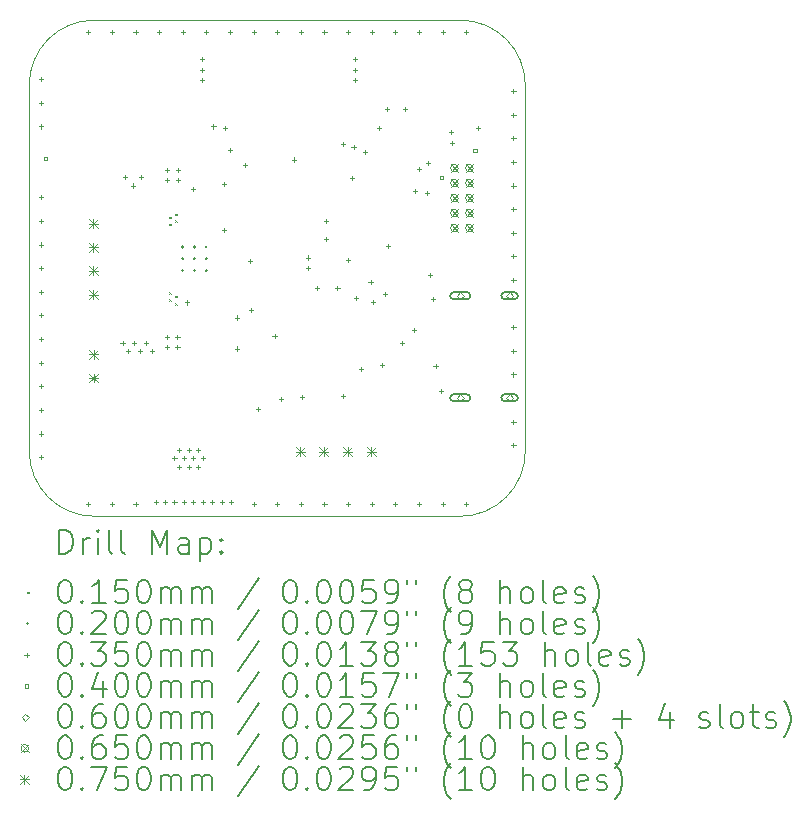
<source format=gbr>
%TF.GenerationSoftware,KiCad,Pcbnew,7.0.6*%
%TF.CreationDate,2024-06-25T21:47:35-04:00*%
%TF.ProjectId,Axis_Basic,41786973-5f42-4617-9369-632e6b696361,rev?*%
%TF.SameCoordinates,Original*%
%TF.FileFunction,Drillmap*%
%TF.FilePolarity,Positive*%
%FSLAX45Y45*%
G04 Gerber Fmt 4.5, Leading zero omitted, Abs format (unit mm)*
G04 Created by KiCad (PCBNEW 7.0.6) date 2024-06-25 21:47:35*
%MOMM*%
%LPD*%
G01*
G04 APERTURE LIST*
%ADD10C,0.100000*%
%ADD11C,0.200000*%
%ADD12C,0.015000*%
%ADD13C,0.020000*%
%ADD14C,0.035000*%
%ADD15C,0.040000*%
%ADD16C,0.060000*%
%ADD17C,0.065000*%
%ADD18C,0.075000*%
G04 APERTURE END LIST*
D10*
X12900000Y-11550000D02*
G75*
G03*
X13450000Y-12100000I550000J0D01*
G01*
X17100000Y-8450000D02*
G75*
G03*
X16550000Y-7900000I-550000J0D01*
G01*
X13450000Y-7900000D02*
G75*
G03*
X12900000Y-8450000I0J-550000D01*
G01*
X13450000Y-7900000D02*
X16550000Y-7900000D01*
X16550000Y-12100000D02*
G75*
G03*
X17100000Y-11550000I0J550000D01*
G01*
X17100000Y-8450000D02*
X17100000Y-11550000D01*
X16550000Y-12100000D02*
X13450000Y-12100000D01*
X12900000Y-11550000D02*
X12900000Y-8450000D01*
D11*
D12*
X14082497Y-10202500D02*
X14097497Y-10217500D01*
X14097497Y-10202500D02*
X14082497Y-10217500D01*
X14082497Y-10262500D02*
X14097497Y-10277500D01*
X14097497Y-10262500D02*
X14082497Y-10277500D01*
X14082500Y-9562500D02*
X14097500Y-9577500D01*
X14097500Y-9562500D02*
X14082500Y-9577500D01*
X14082500Y-9622500D02*
X14097500Y-9637500D01*
X14097500Y-9622500D02*
X14082500Y-9637500D01*
X14132497Y-10232500D02*
X14147497Y-10247500D01*
X14147497Y-10232500D02*
X14132497Y-10247500D01*
X14132497Y-10292500D02*
X14147497Y-10307500D01*
X14147497Y-10292500D02*
X14132497Y-10307500D01*
X14132500Y-9537500D02*
X14147500Y-9552500D01*
X14147500Y-9537500D02*
X14132500Y-9552500D01*
X14132500Y-9592500D02*
X14147500Y-9607500D01*
X14147500Y-9592500D02*
X14132500Y-9607500D01*
D13*
X14208750Y-9820000D02*
G75*
G03*
X14208750Y-9820000I-10000J0D01*
G01*
X14208750Y-9920000D02*
G75*
G03*
X14208750Y-9920000I-10000J0D01*
G01*
X14208750Y-10020000D02*
G75*
G03*
X14208750Y-10020000I-10000J0D01*
G01*
X14308750Y-9820000D02*
G75*
G03*
X14308750Y-9820000I-10000J0D01*
G01*
X14308750Y-9920000D02*
G75*
G03*
X14308750Y-9920000I-10000J0D01*
G01*
X14308750Y-10020000D02*
G75*
G03*
X14308750Y-10020000I-10000J0D01*
G01*
X14408750Y-9820000D02*
G75*
G03*
X14408750Y-9820000I-10000J0D01*
G01*
X14408750Y-9920000D02*
G75*
G03*
X14408750Y-9920000I-10000J0D01*
G01*
X14408750Y-10020000D02*
G75*
G03*
X14408750Y-10020000I-10000J0D01*
G01*
D14*
X13000000Y-8382500D02*
X13000000Y-8417500D01*
X12982500Y-8400000D02*
X13017500Y-8400000D01*
X13000000Y-8582500D02*
X13000000Y-8617500D01*
X12982500Y-8600000D02*
X13017500Y-8600000D01*
X13000000Y-8782500D02*
X13000000Y-8817500D01*
X12982500Y-8800000D02*
X13017500Y-8800000D01*
X13000000Y-9382500D02*
X13000000Y-9417500D01*
X12982500Y-9400000D02*
X13017500Y-9400000D01*
X13000000Y-9582500D02*
X13000000Y-9617500D01*
X12982500Y-9600000D02*
X13017500Y-9600000D01*
X13000000Y-9782500D02*
X13000000Y-9817500D01*
X12982500Y-9800000D02*
X13017500Y-9800000D01*
X13000000Y-9982500D02*
X13000000Y-10017500D01*
X12982500Y-10000000D02*
X13017500Y-10000000D01*
X13000000Y-10182500D02*
X13000000Y-10217500D01*
X12982500Y-10200000D02*
X13017500Y-10200000D01*
X13000000Y-10382500D02*
X13000000Y-10417500D01*
X12982500Y-10400000D02*
X13017500Y-10400000D01*
X13000000Y-10582500D02*
X13000000Y-10617500D01*
X12982500Y-10600000D02*
X13017500Y-10600000D01*
X13000000Y-10782500D02*
X13000000Y-10817500D01*
X12982500Y-10800000D02*
X13017500Y-10800000D01*
X13000000Y-10982500D02*
X13000000Y-11017500D01*
X12982500Y-11000000D02*
X13017500Y-11000000D01*
X13000000Y-11182500D02*
X13000000Y-11217500D01*
X12982500Y-11200000D02*
X13017500Y-11200000D01*
X13000000Y-11382500D02*
X13000000Y-11417500D01*
X12982500Y-11400000D02*
X13017500Y-11400000D01*
X13000000Y-11582500D02*
X13000000Y-11617500D01*
X12982500Y-11600000D02*
X13017500Y-11600000D01*
X13400000Y-7982500D02*
X13400000Y-8017500D01*
X13382500Y-8000000D02*
X13417500Y-8000000D01*
X13400000Y-11982500D02*
X13400000Y-12017500D01*
X13382500Y-12000000D02*
X13417500Y-12000000D01*
X13600000Y-7982500D02*
X13600000Y-8017500D01*
X13582500Y-8000000D02*
X13617500Y-8000000D01*
X13600000Y-11982500D02*
X13600000Y-12017500D01*
X13582500Y-12000000D02*
X13617500Y-12000000D01*
X13690000Y-10612500D02*
X13690000Y-10647500D01*
X13672500Y-10630000D02*
X13707500Y-10630000D01*
X13710000Y-9212500D02*
X13710000Y-9247500D01*
X13692500Y-9230000D02*
X13727500Y-9230000D01*
X13740000Y-10682500D02*
X13740000Y-10717500D01*
X13722500Y-10700000D02*
X13757500Y-10700000D01*
X13780000Y-9282500D02*
X13780000Y-9317500D01*
X13762500Y-9300000D02*
X13797500Y-9300000D01*
X13790000Y-10612500D02*
X13790000Y-10647500D01*
X13772500Y-10630000D02*
X13807500Y-10630000D01*
X13800000Y-7982500D02*
X13800000Y-8017500D01*
X13782500Y-8000000D02*
X13817500Y-8000000D01*
X13800000Y-11982500D02*
X13800000Y-12017500D01*
X13782500Y-12000000D02*
X13817500Y-12000000D01*
X13840000Y-10682500D02*
X13840000Y-10717500D01*
X13822500Y-10700000D02*
X13857500Y-10700000D01*
X13850000Y-9212500D02*
X13850000Y-9247500D01*
X13832500Y-9230000D02*
X13867500Y-9230000D01*
X13890000Y-10612500D02*
X13890000Y-10647500D01*
X13872500Y-10630000D02*
X13907500Y-10630000D01*
X13940000Y-10682500D02*
X13940000Y-10717500D01*
X13922500Y-10700000D02*
X13957500Y-10700000D01*
X13970000Y-11962500D02*
X13970000Y-11997500D01*
X13952500Y-11980000D02*
X13987500Y-11980000D01*
X14000000Y-7982500D02*
X14000000Y-8017500D01*
X13982500Y-8000000D02*
X14017500Y-8000000D01*
X14050000Y-11962500D02*
X14050000Y-11997500D01*
X14032500Y-11980000D02*
X14067500Y-11980000D01*
X14065000Y-10562500D02*
X14065000Y-10597500D01*
X14047500Y-10580000D02*
X14082500Y-10580000D01*
X14065000Y-10647500D02*
X14065000Y-10682500D01*
X14047500Y-10665000D02*
X14082500Y-10665000D01*
X14070000Y-9152500D02*
X14070000Y-9187500D01*
X14052500Y-9170000D02*
X14087500Y-9170000D01*
X14070000Y-9237500D02*
X14070000Y-9272500D01*
X14052500Y-9255000D02*
X14087500Y-9255000D01*
X14130000Y-11592500D02*
X14130000Y-11627500D01*
X14112500Y-11610000D02*
X14147500Y-11610000D01*
X14130000Y-11962500D02*
X14130000Y-11997500D01*
X14112500Y-11980000D02*
X14147500Y-11980000D01*
X14155000Y-10562500D02*
X14155000Y-10597500D01*
X14137500Y-10580000D02*
X14172500Y-10580000D01*
X14155000Y-10647500D02*
X14155000Y-10682500D01*
X14137500Y-10665000D02*
X14172500Y-10665000D01*
X14160000Y-9152500D02*
X14160000Y-9187500D01*
X14142500Y-9170000D02*
X14177500Y-9170000D01*
X14160000Y-9237500D02*
X14160000Y-9272500D01*
X14142500Y-9255000D02*
X14177500Y-9255000D01*
X14170000Y-11522500D02*
X14170000Y-11557500D01*
X14152500Y-11540000D02*
X14187500Y-11540000D01*
X14170000Y-11662500D02*
X14170000Y-11697500D01*
X14152500Y-11680000D02*
X14187500Y-11680000D01*
X14200000Y-7982500D02*
X14200000Y-8017500D01*
X14182500Y-8000000D02*
X14217500Y-8000000D01*
X14210000Y-11592500D02*
X14210000Y-11627500D01*
X14192500Y-11610000D02*
X14227500Y-11610000D01*
X14210000Y-11962500D02*
X14210000Y-11997500D01*
X14192500Y-11980000D02*
X14227500Y-11980000D01*
X14236300Y-10272500D02*
X14236300Y-10307500D01*
X14218800Y-10290000D02*
X14253800Y-10290000D01*
X14250000Y-11522500D02*
X14250000Y-11557500D01*
X14232500Y-11540000D02*
X14267500Y-11540000D01*
X14250000Y-11662500D02*
X14250000Y-11697500D01*
X14232500Y-11680000D02*
X14267500Y-11680000D01*
X14290000Y-9312500D02*
X14290000Y-9347500D01*
X14272500Y-9330000D02*
X14307500Y-9330000D01*
X14290000Y-11592500D02*
X14290000Y-11627500D01*
X14272500Y-11610000D02*
X14307500Y-11610000D01*
X14290000Y-11962500D02*
X14290000Y-11997500D01*
X14272500Y-11980000D02*
X14307500Y-11980000D01*
X14330000Y-11522500D02*
X14330000Y-11557500D01*
X14312500Y-11540000D02*
X14347500Y-11540000D01*
X14330000Y-11662500D02*
X14330000Y-11697500D01*
X14312500Y-11680000D02*
X14347500Y-11680000D01*
X14360000Y-8212500D02*
X14360000Y-8247500D01*
X14342500Y-8230000D02*
X14377500Y-8230000D01*
X14360000Y-8302500D02*
X14360000Y-8337500D01*
X14342500Y-8320000D02*
X14377500Y-8320000D01*
X14360000Y-8392500D02*
X14360000Y-8427500D01*
X14342500Y-8410000D02*
X14377500Y-8410000D01*
X14370000Y-11592500D02*
X14370000Y-11627500D01*
X14352500Y-11610000D02*
X14387500Y-11610000D01*
X14370000Y-11962500D02*
X14370000Y-11997500D01*
X14352500Y-11980000D02*
X14387500Y-11980000D01*
X14400000Y-7982500D02*
X14400000Y-8017500D01*
X14382500Y-8000000D02*
X14417500Y-8000000D01*
X14450000Y-11962500D02*
X14450000Y-11997500D01*
X14432500Y-11980000D02*
X14467500Y-11980000D01*
X14460000Y-8782500D02*
X14460000Y-8817500D01*
X14442500Y-8800000D02*
X14477500Y-8800000D01*
X14530000Y-11962500D02*
X14530000Y-11997500D01*
X14512500Y-11980000D02*
X14547500Y-11980000D01*
X14550000Y-9272500D02*
X14550000Y-9307500D01*
X14532500Y-9290000D02*
X14567500Y-9290000D01*
X14550000Y-9662500D02*
X14550000Y-9697500D01*
X14532500Y-9680000D02*
X14567500Y-9680000D01*
X14560000Y-8792500D02*
X14560000Y-8827500D01*
X14542500Y-8810000D02*
X14577500Y-8810000D01*
X14600000Y-7982500D02*
X14600000Y-8017500D01*
X14582500Y-8000000D02*
X14617500Y-8000000D01*
X14600000Y-8982500D02*
X14600000Y-9017500D01*
X14582500Y-9000000D02*
X14617500Y-9000000D01*
X14610000Y-11962500D02*
X14610000Y-11997500D01*
X14592500Y-11980000D02*
X14627500Y-11980000D01*
X14660000Y-10662500D02*
X14660000Y-10697500D01*
X14642500Y-10680000D02*
X14677500Y-10680000D01*
X14660927Y-10400491D02*
X14660927Y-10435491D01*
X14643427Y-10417991D02*
X14678427Y-10417991D01*
X14730000Y-9112500D02*
X14730000Y-9147500D01*
X14712500Y-9130000D02*
X14747500Y-9130000D01*
X14768234Y-9923215D02*
X14768234Y-9958215D01*
X14750734Y-9940715D02*
X14785734Y-9940715D01*
X14776951Y-10336642D02*
X14776951Y-10371642D01*
X14759451Y-10354142D02*
X14794451Y-10354142D01*
X14800000Y-7982500D02*
X14800000Y-8017500D01*
X14782500Y-8000000D02*
X14817500Y-8000000D01*
X14800000Y-11982500D02*
X14800000Y-12017500D01*
X14782500Y-12000000D02*
X14817500Y-12000000D01*
X14840000Y-11172500D02*
X14840000Y-11207500D01*
X14822500Y-11190000D02*
X14857500Y-11190000D01*
X14977106Y-10555050D02*
X14977106Y-10590050D01*
X14959606Y-10572550D02*
X14994606Y-10572550D01*
X15000000Y-7982500D02*
X15000000Y-8017500D01*
X14982500Y-8000000D02*
X15017500Y-8000000D01*
X15000000Y-11982500D02*
X15000000Y-12017500D01*
X14982500Y-12000000D02*
X15017500Y-12000000D01*
X15035050Y-11092500D02*
X15035050Y-11127500D01*
X15017550Y-11110000D02*
X15052550Y-11110000D01*
X15140000Y-9062500D02*
X15140000Y-9097500D01*
X15122500Y-9080000D02*
X15157500Y-9080000D01*
X15200000Y-7982500D02*
X15200000Y-8017500D01*
X15182500Y-8000000D02*
X15217500Y-8000000D01*
X15200000Y-11982500D02*
X15200000Y-12017500D01*
X15182500Y-12000000D02*
X15217500Y-12000000D01*
X15210000Y-11072500D02*
X15210000Y-11107500D01*
X15192500Y-11090000D02*
X15227500Y-11090000D01*
X15260000Y-9892500D02*
X15260000Y-9927500D01*
X15242500Y-9910000D02*
X15277500Y-9910000D01*
X15260000Y-9982500D02*
X15260000Y-10017500D01*
X15242500Y-10000000D02*
X15277500Y-10000000D01*
X15340000Y-10152500D02*
X15340000Y-10187500D01*
X15322500Y-10170000D02*
X15357500Y-10170000D01*
X15400000Y-7982500D02*
X15400000Y-8017500D01*
X15382500Y-8000000D02*
X15417500Y-8000000D01*
X15400000Y-11982500D02*
X15400000Y-12017500D01*
X15382500Y-12000000D02*
X15417500Y-12000000D01*
X15410000Y-9582500D02*
X15410000Y-9617500D01*
X15392500Y-9600000D02*
X15427500Y-9600000D01*
X15410000Y-9732500D02*
X15410000Y-9767500D01*
X15392500Y-9750000D02*
X15427500Y-9750000D01*
X15510000Y-10152500D02*
X15510000Y-10187500D01*
X15492500Y-10170000D02*
X15527500Y-10170000D01*
X15560000Y-11062500D02*
X15560000Y-11097500D01*
X15542500Y-11080000D02*
X15577500Y-11080000D01*
X15560289Y-8932211D02*
X15560289Y-8967211D01*
X15542789Y-8949711D02*
X15577789Y-8949711D01*
X15600000Y-7982500D02*
X15600000Y-8017500D01*
X15582500Y-8000000D02*
X15617500Y-8000000D01*
X15600000Y-9912500D02*
X15600000Y-9947500D01*
X15582500Y-9930000D02*
X15617500Y-9930000D01*
X15600000Y-11982500D02*
X15600000Y-12017500D01*
X15582500Y-12000000D02*
X15617500Y-12000000D01*
X15630000Y-9222500D02*
X15630000Y-9257500D01*
X15612500Y-9240000D02*
X15647500Y-9240000D01*
X15645941Y-8959686D02*
X15645941Y-8994686D01*
X15628441Y-8977186D02*
X15663441Y-8977186D01*
X15660000Y-8212500D02*
X15660000Y-8247500D01*
X15642500Y-8230000D02*
X15677500Y-8230000D01*
X15660000Y-8302500D02*
X15660000Y-8337500D01*
X15642500Y-8320000D02*
X15677500Y-8320000D01*
X15660000Y-8392500D02*
X15660000Y-8427500D01*
X15642500Y-8410000D02*
X15677500Y-8410000D01*
X15670000Y-10232500D02*
X15670000Y-10267500D01*
X15652500Y-10250000D02*
X15687500Y-10250000D01*
X15710000Y-10832500D02*
X15710000Y-10867500D01*
X15692500Y-10850000D02*
X15727500Y-10850000D01*
X15742785Y-9001569D02*
X15742785Y-9036569D01*
X15725285Y-9019069D02*
X15760285Y-9019069D01*
X15790000Y-10102500D02*
X15790000Y-10137500D01*
X15772500Y-10120000D02*
X15807500Y-10120000D01*
X15800000Y-7982500D02*
X15800000Y-8017500D01*
X15782500Y-8000000D02*
X15817500Y-8000000D01*
X15800000Y-11982500D02*
X15800000Y-12017500D01*
X15782500Y-12000000D02*
X15817500Y-12000000D01*
X15812894Y-10269606D02*
X15812894Y-10304606D01*
X15795394Y-10287106D02*
X15830394Y-10287106D01*
X15860000Y-8792500D02*
X15860000Y-8827500D01*
X15842500Y-8810000D02*
X15877500Y-8810000D01*
X15890000Y-10802500D02*
X15890000Y-10837500D01*
X15872500Y-10820000D02*
X15907500Y-10820000D01*
X15910000Y-10202500D02*
X15910000Y-10237500D01*
X15892500Y-10220000D02*
X15927500Y-10220000D01*
X15930000Y-8632500D02*
X15930000Y-8667500D01*
X15912500Y-8650000D02*
X15947500Y-8650000D01*
X15940000Y-9792500D02*
X15940000Y-9827500D01*
X15922500Y-9810000D02*
X15957500Y-9810000D01*
X16000000Y-7982500D02*
X16000000Y-8017500D01*
X15982500Y-8000000D02*
X16017500Y-8000000D01*
X16000000Y-11982500D02*
X16000000Y-12017500D01*
X15982500Y-12000000D02*
X16017500Y-12000000D01*
X16056483Y-10618983D02*
X16056483Y-10653983D01*
X16038983Y-10636483D02*
X16073983Y-10636483D01*
X16080000Y-8632500D02*
X16080000Y-8667500D01*
X16062500Y-8650000D02*
X16097500Y-8650000D01*
X16155648Y-10508879D02*
X16155648Y-10543879D01*
X16138148Y-10526379D02*
X16173148Y-10526379D01*
X16170000Y-9329950D02*
X16170000Y-9364950D01*
X16152500Y-9347450D02*
X16187500Y-9347450D01*
X16200000Y-7982500D02*
X16200000Y-8017500D01*
X16182500Y-8000000D02*
X16217500Y-8000000D01*
X16200000Y-9142500D02*
X16200000Y-9177500D01*
X16182500Y-9160000D02*
X16217500Y-9160000D01*
X16200000Y-11982500D02*
X16200000Y-12017500D01*
X16182500Y-12000000D02*
X16217500Y-12000000D01*
X16270000Y-9342500D02*
X16270000Y-9377500D01*
X16252500Y-9360000D02*
X16287500Y-9360000D01*
X16276334Y-9094916D02*
X16276334Y-9129916D01*
X16258834Y-9112416D02*
X16293834Y-9112416D01*
X16290000Y-10042500D02*
X16290000Y-10077500D01*
X16272500Y-10060000D02*
X16307500Y-10060000D01*
X16320000Y-10242500D02*
X16320000Y-10277500D01*
X16302500Y-10260000D02*
X16337500Y-10260000D01*
X16340000Y-10812500D02*
X16340000Y-10847500D01*
X16322500Y-10830000D02*
X16357500Y-10830000D01*
X16390000Y-11022500D02*
X16390000Y-11057500D01*
X16372500Y-11040000D02*
X16407500Y-11040000D01*
X16400000Y-7982500D02*
X16400000Y-8017500D01*
X16382500Y-8000000D02*
X16417500Y-8000000D01*
X16400000Y-11982500D02*
X16400000Y-12017500D01*
X16382500Y-12000000D02*
X16417500Y-12000000D01*
X16474057Y-8832500D02*
X16474057Y-8867500D01*
X16456557Y-8850000D02*
X16491557Y-8850000D01*
X16476910Y-8923866D02*
X16476910Y-8958866D01*
X16459410Y-8941366D02*
X16494410Y-8941366D01*
X16600000Y-7982500D02*
X16600000Y-8017500D01*
X16582500Y-8000000D02*
X16617500Y-8000000D01*
X16600000Y-11982500D02*
X16600000Y-12017500D01*
X16582500Y-12000000D02*
X16617500Y-12000000D01*
X16700000Y-8792500D02*
X16700000Y-8827500D01*
X16682500Y-8810000D02*
X16717500Y-8810000D01*
X17000000Y-8482500D02*
X17000000Y-8517500D01*
X16982500Y-8500000D02*
X17017500Y-8500000D01*
X17000000Y-8682500D02*
X17000000Y-8717500D01*
X16982500Y-8700000D02*
X17017500Y-8700000D01*
X17000000Y-8882500D02*
X17000000Y-8917500D01*
X16982500Y-8900000D02*
X17017500Y-8900000D01*
X17000000Y-9082500D02*
X17000000Y-9117500D01*
X16982500Y-9100000D02*
X17017500Y-9100000D01*
X17000000Y-9282500D02*
X17000000Y-9317500D01*
X16982500Y-9300000D02*
X17017500Y-9300000D01*
X17000000Y-9482500D02*
X17000000Y-9517500D01*
X16982500Y-9500000D02*
X17017500Y-9500000D01*
X17000000Y-9682500D02*
X17000000Y-9717500D01*
X16982500Y-9700000D02*
X17017500Y-9700000D01*
X17000000Y-9882500D02*
X17000000Y-9917500D01*
X16982500Y-9900000D02*
X17017500Y-9900000D01*
X17000000Y-10082500D02*
X17000000Y-10117500D01*
X16982500Y-10100000D02*
X17017500Y-10100000D01*
X17000000Y-10482500D02*
X17000000Y-10517500D01*
X16982500Y-10500000D02*
X17017500Y-10500000D01*
X17000000Y-10682500D02*
X17000000Y-10717500D01*
X16982500Y-10700000D02*
X17017500Y-10700000D01*
X17000000Y-10882500D02*
X17000000Y-10917500D01*
X16982500Y-10900000D02*
X17017500Y-10900000D01*
X17000000Y-11282500D02*
X17000000Y-11317500D01*
X16982500Y-11300000D02*
X17017500Y-11300000D01*
X17000000Y-11482500D02*
X17000000Y-11517500D01*
X16982500Y-11500000D02*
X17017500Y-11500000D01*
D15*
X13054142Y-9084142D02*
X13054142Y-9055858D01*
X13025858Y-9055858D01*
X13025858Y-9084142D01*
X13054142Y-9084142D01*
X16404142Y-9244142D02*
X16404142Y-9215858D01*
X16375858Y-9215858D01*
X16375858Y-9244142D01*
X16404142Y-9244142D01*
X16687826Y-9019999D02*
X16687826Y-8991714D01*
X16659541Y-8991714D01*
X16659541Y-9019999D01*
X16687826Y-9019999D01*
D16*
X16549500Y-10263000D02*
X16579500Y-10233000D01*
X16549500Y-10203000D01*
X16519500Y-10233000D01*
X16549500Y-10263000D01*
D11*
X16494500Y-10263000D02*
X16604500Y-10263000D01*
X16604500Y-10263000D02*
G75*
G03*
X16604500Y-10203000I0J30000D01*
G01*
X16604500Y-10203000D02*
X16494500Y-10203000D01*
X16494500Y-10203000D02*
G75*
G03*
X16494500Y-10263000I0J-30000D01*
G01*
D16*
X16549500Y-11127000D02*
X16579500Y-11097000D01*
X16549500Y-11067000D01*
X16519500Y-11097000D01*
X16549500Y-11127000D01*
D11*
X16494500Y-11127000D02*
X16604500Y-11127000D01*
X16604500Y-11127000D02*
G75*
G03*
X16604500Y-11067000I0J30000D01*
G01*
X16604500Y-11067000D02*
X16494500Y-11067000D01*
X16494500Y-11067000D02*
G75*
G03*
X16494500Y-11127000I0J-30000D01*
G01*
D16*
X16967500Y-10263000D02*
X16997500Y-10233000D01*
X16967500Y-10203000D01*
X16937500Y-10233000D01*
X16967500Y-10263000D01*
D11*
X16927500Y-10263000D02*
X17007500Y-10263000D01*
X17007500Y-10263000D02*
G75*
G03*
X17007500Y-10203000I0J30000D01*
G01*
X17007500Y-10203000D02*
X16927500Y-10203000D01*
X16927500Y-10203000D02*
G75*
G03*
X16927500Y-10263000I0J-30000D01*
G01*
D16*
X16967500Y-11127000D02*
X16997500Y-11097000D01*
X16967500Y-11067000D01*
X16937500Y-11097000D01*
X16967500Y-11127000D01*
D11*
X16927500Y-11127000D02*
X17007500Y-11127000D01*
X17007500Y-11127000D02*
G75*
G03*
X17007500Y-11067000I0J30000D01*
G01*
X17007500Y-11067000D02*
X16927500Y-11067000D01*
X16927500Y-11067000D02*
G75*
G03*
X16927500Y-11127000I0J-30000D01*
G01*
D17*
X16467500Y-9120000D02*
X16532500Y-9185000D01*
X16532500Y-9120000D02*
X16467500Y-9185000D01*
X16532500Y-9152500D02*
G75*
G03*
X16532500Y-9152500I-32500J0D01*
G01*
X16467500Y-9247000D02*
X16532500Y-9312000D01*
X16532500Y-9247000D02*
X16467500Y-9312000D01*
X16532500Y-9279500D02*
G75*
G03*
X16532500Y-9279500I-32500J0D01*
G01*
X16467500Y-9374000D02*
X16532500Y-9439000D01*
X16532500Y-9374000D02*
X16467500Y-9439000D01*
X16532500Y-9406500D02*
G75*
G03*
X16532500Y-9406500I-32500J0D01*
G01*
X16467500Y-9501000D02*
X16532500Y-9566000D01*
X16532500Y-9501000D02*
X16467500Y-9566000D01*
X16532500Y-9533500D02*
G75*
G03*
X16532500Y-9533500I-32500J0D01*
G01*
X16467500Y-9628000D02*
X16532500Y-9693000D01*
X16532500Y-9628000D02*
X16467500Y-9693000D01*
X16532500Y-9660500D02*
G75*
G03*
X16532500Y-9660500I-32500J0D01*
G01*
X16594500Y-9120000D02*
X16659500Y-9185000D01*
X16659500Y-9120000D02*
X16594500Y-9185000D01*
X16659500Y-9152500D02*
G75*
G03*
X16659500Y-9152500I-32500J0D01*
G01*
X16594500Y-9247000D02*
X16659500Y-9312000D01*
X16659500Y-9247000D02*
X16594500Y-9312000D01*
X16659500Y-9279500D02*
G75*
G03*
X16659500Y-9279500I-32500J0D01*
G01*
X16594500Y-9374000D02*
X16659500Y-9439000D01*
X16659500Y-9374000D02*
X16594500Y-9439000D01*
X16659500Y-9406500D02*
G75*
G03*
X16659500Y-9406500I-32500J0D01*
G01*
X16594500Y-9501000D02*
X16659500Y-9566000D01*
X16659500Y-9501000D02*
X16594500Y-9566000D01*
X16659500Y-9533500D02*
G75*
G03*
X16659500Y-9533500I-32500J0D01*
G01*
X16594500Y-9628000D02*
X16659500Y-9693000D01*
X16659500Y-9628000D02*
X16594500Y-9693000D01*
X16659500Y-9660500D02*
G75*
G03*
X16659500Y-9660500I-32500J0D01*
G01*
D18*
X13405735Y-9585441D02*
X13480735Y-9660441D01*
X13480735Y-9585441D02*
X13405735Y-9660441D01*
X13443235Y-9585441D02*
X13443235Y-9660441D01*
X13405735Y-9622941D02*
X13480735Y-9622941D01*
X13405735Y-9785441D02*
X13480735Y-9860441D01*
X13480735Y-9785441D02*
X13405735Y-9860441D01*
X13443235Y-9785441D02*
X13443235Y-9860441D01*
X13405735Y-9822941D02*
X13480735Y-9822941D01*
X13405735Y-9985441D02*
X13480735Y-10060441D01*
X13480735Y-9985441D02*
X13405735Y-10060441D01*
X13443235Y-9985441D02*
X13443235Y-10060441D01*
X13405735Y-10022941D02*
X13480735Y-10022941D01*
X13405735Y-10185441D02*
X13480735Y-10260441D01*
X13480735Y-10185441D02*
X13405735Y-10260441D01*
X13443235Y-10185441D02*
X13443235Y-10260441D01*
X13405735Y-10222941D02*
X13480735Y-10222941D01*
X13407500Y-10692500D02*
X13482500Y-10767500D01*
X13482500Y-10692500D02*
X13407500Y-10767500D01*
X13445000Y-10692500D02*
X13445000Y-10767500D01*
X13407500Y-10730000D02*
X13482500Y-10730000D01*
X13407500Y-10892500D02*
X13482500Y-10967500D01*
X13482500Y-10892500D02*
X13407500Y-10967500D01*
X13445000Y-10892500D02*
X13445000Y-10967500D01*
X13407500Y-10930000D02*
X13482500Y-10930000D01*
X15157500Y-11517500D02*
X15232500Y-11592500D01*
X15232500Y-11517500D02*
X15157500Y-11592500D01*
X15195000Y-11517500D02*
X15195000Y-11592500D01*
X15157500Y-11555000D02*
X15232500Y-11555000D01*
X15357500Y-11517500D02*
X15432500Y-11592500D01*
X15432500Y-11517500D02*
X15357500Y-11592500D01*
X15395000Y-11517500D02*
X15395000Y-11592500D01*
X15357500Y-11555000D02*
X15432500Y-11555000D01*
X15557500Y-11517500D02*
X15632500Y-11592500D01*
X15632500Y-11517500D02*
X15557500Y-11592500D01*
X15595000Y-11517500D02*
X15595000Y-11592500D01*
X15557500Y-11555000D02*
X15632500Y-11555000D01*
X15757500Y-11517500D02*
X15832500Y-11592500D01*
X15832500Y-11517500D02*
X15757500Y-11592500D01*
X15795000Y-11517500D02*
X15795000Y-11592500D01*
X15757500Y-11555000D02*
X15832500Y-11555000D01*
D11*
X13155777Y-12416484D02*
X13155777Y-12216484D01*
X13155777Y-12216484D02*
X13203396Y-12216484D01*
X13203396Y-12216484D02*
X13231967Y-12226008D01*
X13231967Y-12226008D02*
X13251015Y-12245055D01*
X13251015Y-12245055D02*
X13260539Y-12264103D01*
X13260539Y-12264103D02*
X13270062Y-12302198D01*
X13270062Y-12302198D02*
X13270062Y-12330769D01*
X13270062Y-12330769D02*
X13260539Y-12368865D01*
X13260539Y-12368865D02*
X13251015Y-12387912D01*
X13251015Y-12387912D02*
X13231967Y-12406960D01*
X13231967Y-12406960D02*
X13203396Y-12416484D01*
X13203396Y-12416484D02*
X13155777Y-12416484D01*
X13355777Y-12416484D02*
X13355777Y-12283150D01*
X13355777Y-12321246D02*
X13365301Y-12302198D01*
X13365301Y-12302198D02*
X13374824Y-12292674D01*
X13374824Y-12292674D02*
X13393872Y-12283150D01*
X13393872Y-12283150D02*
X13412920Y-12283150D01*
X13479586Y-12416484D02*
X13479586Y-12283150D01*
X13479586Y-12216484D02*
X13470062Y-12226008D01*
X13470062Y-12226008D02*
X13479586Y-12235531D01*
X13479586Y-12235531D02*
X13489110Y-12226008D01*
X13489110Y-12226008D02*
X13479586Y-12216484D01*
X13479586Y-12216484D02*
X13479586Y-12235531D01*
X13603396Y-12416484D02*
X13584348Y-12406960D01*
X13584348Y-12406960D02*
X13574824Y-12387912D01*
X13574824Y-12387912D02*
X13574824Y-12216484D01*
X13708158Y-12416484D02*
X13689110Y-12406960D01*
X13689110Y-12406960D02*
X13679586Y-12387912D01*
X13679586Y-12387912D02*
X13679586Y-12216484D01*
X13936729Y-12416484D02*
X13936729Y-12216484D01*
X13936729Y-12216484D02*
X14003396Y-12359341D01*
X14003396Y-12359341D02*
X14070062Y-12216484D01*
X14070062Y-12216484D02*
X14070062Y-12416484D01*
X14251015Y-12416484D02*
X14251015Y-12311722D01*
X14251015Y-12311722D02*
X14241491Y-12292674D01*
X14241491Y-12292674D02*
X14222443Y-12283150D01*
X14222443Y-12283150D02*
X14184348Y-12283150D01*
X14184348Y-12283150D02*
X14165301Y-12292674D01*
X14251015Y-12406960D02*
X14231967Y-12416484D01*
X14231967Y-12416484D02*
X14184348Y-12416484D01*
X14184348Y-12416484D02*
X14165301Y-12406960D01*
X14165301Y-12406960D02*
X14155777Y-12387912D01*
X14155777Y-12387912D02*
X14155777Y-12368865D01*
X14155777Y-12368865D02*
X14165301Y-12349817D01*
X14165301Y-12349817D02*
X14184348Y-12340293D01*
X14184348Y-12340293D02*
X14231967Y-12340293D01*
X14231967Y-12340293D02*
X14251015Y-12330769D01*
X14346253Y-12283150D02*
X14346253Y-12483150D01*
X14346253Y-12292674D02*
X14365301Y-12283150D01*
X14365301Y-12283150D02*
X14403396Y-12283150D01*
X14403396Y-12283150D02*
X14422443Y-12292674D01*
X14422443Y-12292674D02*
X14431967Y-12302198D01*
X14431967Y-12302198D02*
X14441491Y-12321246D01*
X14441491Y-12321246D02*
X14441491Y-12378388D01*
X14441491Y-12378388D02*
X14431967Y-12397436D01*
X14431967Y-12397436D02*
X14422443Y-12406960D01*
X14422443Y-12406960D02*
X14403396Y-12416484D01*
X14403396Y-12416484D02*
X14365301Y-12416484D01*
X14365301Y-12416484D02*
X14346253Y-12406960D01*
X14527205Y-12397436D02*
X14536729Y-12406960D01*
X14536729Y-12406960D02*
X14527205Y-12416484D01*
X14527205Y-12416484D02*
X14517682Y-12406960D01*
X14517682Y-12406960D02*
X14527205Y-12397436D01*
X14527205Y-12397436D02*
X14527205Y-12416484D01*
X14527205Y-12292674D02*
X14536729Y-12302198D01*
X14536729Y-12302198D02*
X14527205Y-12311722D01*
X14527205Y-12311722D02*
X14517682Y-12302198D01*
X14517682Y-12302198D02*
X14527205Y-12292674D01*
X14527205Y-12292674D02*
X14527205Y-12311722D01*
D12*
X12880000Y-12737500D02*
X12895000Y-12752500D01*
X12895000Y-12737500D02*
X12880000Y-12752500D01*
D11*
X13193872Y-12636484D02*
X13212920Y-12636484D01*
X13212920Y-12636484D02*
X13231967Y-12646008D01*
X13231967Y-12646008D02*
X13241491Y-12655531D01*
X13241491Y-12655531D02*
X13251015Y-12674579D01*
X13251015Y-12674579D02*
X13260539Y-12712674D01*
X13260539Y-12712674D02*
X13260539Y-12760293D01*
X13260539Y-12760293D02*
X13251015Y-12798388D01*
X13251015Y-12798388D02*
X13241491Y-12817436D01*
X13241491Y-12817436D02*
X13231967Y-12826960D01*
X13231967Y-12826960D02*
X13212920Y-12836484D01*
X13212920Y-12836484D02*
X13193872Y-12836484D01*
X13193872Y-12836484D02*
X13174824Y-12826960D01*
X13174824Y-12826960D02*
X13165301Y-12817436D01*
X13165301Y-12817436D02*
X13155777Y-12798388D01*
X13155777Y-12798388D02*
X13146253Y-12760293D01*
X13146253Y-12760293D02*
X13146253Y-12712674D01*
X13146253Y-12712674D02*
X13155777Y-12674579D01*
X13155777Y-12674579D02*
X13165301Y-12655531D01*
X13165301Y-12655531D02*
X13174824Y-12646008D01*
X13174824Y-12646008D02*
X13193872Y-12636484D01*
X13346253Y-12817436D02*
X13355777Y-12826960D01*
X13355777Y-12826960D02*
X13346253Y-12836484D01*
X13346253Y-12836484D02*
X13336729Y-12826960D01*
X13336729Y-12826960D02*
X13346253Y-12817436D01*
X13346253Y-12817436D02*
X13346253Y-12836484D01*
X13546253Y-12836484D02*
X13431967Y-12836484D01*
X13489110Y-12836484D02*
X13489110Y-12636484D01*
X13489110Y-12636484D02*
X13470062Y-12665055D01*
X13470062Y-12665055D02*
X13451015Y-12684103D01*
X13451015Y-12684103D02*
X13431967Y-12693627D01*
X13727205Y-12636484D02*
X13631967Y-12636484D01*
X13631967Y-12636484D02*
X13622443Y-12731722D01*
X13622443Y-12731722D02*
X13631967Y-12722198D01*
X13631967Y-12722198D02*
X13651015Y-12712674D01*
X13651015Y-12712674D02*
X13698634Y-12712674D01*
X13698634Y-12712674D02*
X13717682Y-12722198D01*
X13717682Y-12722198D02*
X13727205Y-12731722D01*
X13727205Y-12731722D02*
X13736729Y-12750769D01*
X13736729Y-12750769D02*
X13736729Y-12798388D01*
X13736729Y-12798388D02*
X13727205Y-12817436D01*
X13727205Y-12817436D02*
X13717682Y-12826960D01*
X13717682Y-12826960D02*
X13698634Y-12836484D01*
X13698634Y-12836484D02*
X13651015Y-12836484D01*
X13651015Y-12836484D02*
X13631967Y-12826960D01*
X13631967Y-12826960D02*
X13622443Y-12817436D01*
X13860539Y-12636484D02*
X13879586Y-12636484D01*
X13879586Y-12636484D02*
X13898634Y-12646008D01*
X13898634Y-12646008D02*
X13908158Y-12655531D01*
X13908158Y-12655531D02*
X13917682Y-12674579D01*
X13917682Y-12674579D02*
X13927205Y-12712674D01*
X13927205Y-12712674D02*
X13927205Y-12760293D01*
X13927205Y-12760293D02*
X13917682Y-12798388D01*
X13917682Y-12798388D02*
X13908158Y-12817436D01*
X13908158Y-12817436D02*
X13898634Y-12826960D01*
X13898634Y-12826960D02*
X13879586Y-12836484D01*
X13879586Y-12836484D02*
X13860539Y-12836484D01*
X13860539Y-12836484D02*
X13841491Y-12826960D01*
X13841491Y-12826960D02*
X13831967Y-12817436D01*
X13831967Y-12817436D02*
X13822443Y-12798388D01*
X13822443Y-12798388D02*
X13812920Y-12760293D01*
X13812920Y-12760293D02*
X13812920Y-12712674D01*
X13812920Y-12712674D02*
X13822443Y-12674579D01*
X13822443Y-12674579D02*
X13831967Y-12655531D01*
X13831967Y-12655531D02*
X13841491Y-12646008D01*
X13841491Y-12646008D02*
X13860539Y-12636484D01*
X14012920Y-12836484D02*
X14012920Y-12703150D01*
X14012920Y-12722198D02*
X14022443Y-12712674D01*
X14022443Y-12712674D02*
X14041491Y-12703150D01*
X14041491Y-12703150D02*
X14070063Y-12703150D01*
X14070063Y-12703150D02*
X14089110Y-12712674D01*
X14089110Y-12712674D02*
X14098634Y-12731722D01*
X14098634Y-12731722D02*
X14098634Y-12836484D01*
X14098634Y-12731722D02*
X14108158Y-12712674D01*
X14108158Y-12712674D02*
X14127205Y-12703150D01*
X14127205Y-12703150D02*
X14155777Y-12703150D01*
X14155777Y-12703150D02*
X14174824Y-12712674D01*
X14174824Y-12712674D02*
X14184348Y-12731722D01*
X14184348Y-12731722D02*
X14184348Y-12836484D01*
X14279586Y-12836484D02*
X14279586Y-12703150D01*
X14279586Y-12722198D02*
X14289110Y-12712674D01*
X14289110Y-12712674D02*
X14308158Y-12703150D01*
X14308158Y-12703150D02*
X14336729Y-12703150D01*
X14336729Y-12703150D02*
X14355777Y-12712674D01*
X14355777Y-12712674D02*
X14365301Y-12731722D01*
X14365301Y-12731722D02*
X14365301Y-12836484D01*
X14365301Y-12731722D02*
X14374824Y-12712674D01*
X14374824Y-12712674D02*
X14393872Y-12703150D01*
X14393872Y-12703150D02*
X14422443Y-12703150D01*
X14422443Y-12703150D02*
X14441491Y-12712674D01*
X14441491Y-12712674D02*
X14451015Y-12731722D01*
X14451015Y-12731722D02*
X14451015Y-12836484D01*
X14841491Y-12626960D02*
X14670063Y-12884103D01*
X15098634Y-12636484D02*
X15117682Y-12636484D01*
X15117682Y-12636484D02*
X15136729Y-12646008D01*
X15136729Y-12646008D02*
X15146253Y-12655531D01*
X15146253Y-12655531D02*
X15155777Y-12674579D01*
X15155777Y-12674579D02*
X15165301Y-12712674D01*
X15165301Y-12712674D02*
X15165301Y-12760293D01*
X15165301Y-12760293D02*
X15155777Y-12798388D01*
X15155777Y-12798388D02*
X15146253Y-12817436D01*
X15146253Y-12817436D02*
X15136729Y-12826960D01*
X15136729Y-12826960D02*
X15117682Y-12836484D01*
X15117682Y-12836484D02*
X15098634Y-12836484D01*
X15098634Y-12836484D02*
X15079586Y-12826960D01*
X15079586Y-12826960D02*
X15070063Y-12817436D01*
X15070063Y-12817436D02*
X15060539Y-12798388D01*
X15060539Y-12798388D02*
X15051015Y-12760293D01*
X15051015Y-12760293D02*
X15051015Y-12712674D01*
X15051015Y-12712674D02*
X15060539Y-12674579D01*
X15060539Y-12674579D02*
X15070063Y-12655531D01*
X15070063Y-12655531D02*
X15079586Y-12646008D01*
X15079586Y-12646008D02*
X15098634Y-12636484D01*
X15251015Y-12817436D02*
X15260539Y-12826960D01*
X15260539Y-12826960D02*
X15251015Y-12836484D01*
X15251015Y-12836484D02*
X15241491Y-12826960D01*
X15241491Y-12826960D02*
X15251015Y-12817436D01*
X15251015Y-12817436D02*
X15251015Y-12836484D01*
X15384348Y-12636484D02*
X15403396Y-12636484D01*
X15403396Y-12636484D02*
X15422444Y-12646008D01*
X15422444Y-12646008D02*
X15431967Y-12655531D01*
X15431967Y-12655531D02*
X15441491Y-12674579D01*
X15441491Y-12674579D02*
X15451015Y-12712674D01*
X15451015Y-12712674D02*
X15451015Y-12760293D01*
X15451015Y-12760293D02*
X15441491Y-12798388D01*
X15441491Y-12798388D02*
X15431967Y-12817436D01*
X15431967Y-12817436D02*
X15422444Y-12826960D01*
X15422444Y-12826960D02*
X15403396Y-12836484D01*
X15403396Y-12836484D02*
X15384348Y-12836484D01*
X15384348Y-12836484D02*
X15365301Y-12826960D01*
X15365301Y-12826960D02*
X15355777Y-12817436D01*
X15355777Y-12817436D02*
X15346253Y-12798388D01*
X15346253Y-12798388D02*
X15336729Y-12760293D01*
X15336729Y-12760293D02*
X15336729Y-12712674D01*
X15336729Y-12712674D02*
X15346253Y-12674579D01*
X15346253Y-12674579D02*
X15355777Y-12655531D01*
X15355777Y-12655531D02*
X15365301Y-12646008D01*
X15365301Y-12646008D02*
X15384348Y-12636484D01*
X15574825Y-12636484D02*
X15593872Y-12636484D01*
X15593872Y-12636484D02*
X15612920Y-12646008D01*
X15612920Y-12646008D02*
X15622444Y-12655531D01*
X15622444Y-12655531D02*
X15631967Y-12674579D01*
X15631967Y-12674579D02*
X15641491Y-12712674D01*
X15641491Y-12712674D02*
X15641491Y-12760293D01*
X15641491Y-12760293D02*
X15631967Y-12798388D01*
X15631967Y-12798388D02*
X15622444Y-12817436D01*
X15622444Y-12817436D02*
X15612920Y-12826960D01*
X15612920Y-12826960D02*
X15593872Y-12836484D01*
X15593872Y-12836484D02*
X15574825Y-12836484D01*
X15574825Y-12836484D02*
X15555777Y-12826960D01*
X15555777Y-12826960D02*
X15546253Y-12817436D01*
X15546253Y-12817436D02*
X15536729Y-12798388D01*
X15536729Y-12798388D02*
X15527206Y-12760293D01*
X15527206Y-12760293D02*
X15527206Y-12712674D01*
X15527206Y-12712674D02*
X15536729Y-12674579D01*
X15536729Y-12674579D02*
X15546253Y-12655531D01*
X15546253Y-12655531D02*
X15555777Y-12646008D01*
X15555777Y-12646008D02*
X15574825Y-12636484D01*
X15822444Y-12636484D02*
X15727206Y-12636484D01*
X15727206Y-12636484D02*
X15717682Y-12731722D01*
X15717682Y-12731722D02*
X15727206Y-12722198D01*
X15727206Y-12722198D02*
X15746253Y-12712674D01*
X15746253Y-12712674D02*
X15793872Y-12712674D01*
X15793872Y-12712674D02*
X15812920Y-12722198D01*
X15812920Y-12722198D02*
X15822444Y-12731722D01*
X15822444Y-12731722D02*
X15831967Y-12750769D01*
X15831967Y-12750769D02*
X15831967Y-12798388D01*
X15831967Y-12798388D02*
X15822444Y-12817436D01*
X15822444Y-12817436D02*
X15812920Y-12826960D01*
X15812920Y-12826960D02*
X15793872Y-12836484D01*
X15793872Y-12836484D02*
X15746253Y-12836484D01*
X15746253Y-12836484D02*
X15727206Y-12826960D01*
X15727206Y-12826960D02*
X15717682Y-12817436D01*
X15927206Y-12836484D02*
X15965301Y-12836484D01*
X15965301Y-12836484D02*
X15984348Y-12826960D01*
X15984348Y-12826960D02*
X15993872Y-12817436D01*
X15993872Y-12817436D02*
X16012920Y-12788865D01*
X16012920Y-12788865D02*
X16022444Y-12750769D01*
X16022444Y-12750769D02*
X16022444Y-12674579D01*
X16022444Y-12674579D02*
X16012920Y-12655531D01*
X16012920Y-12655531D02*
X16003396Y-12646008D01*
X16003396Y-12646008D02*
X15984348Y-12636484D01*
X15984348Y-12636484D02*
X15946253Y-12636484D01*
X15946253Y-12636484D02*
X15927206Y-12646008D01*
X15927206Y-12646008D02*
X15917682Y-12655531D01*
X15917682Y-12655531D02*
X15908158Y-12674579D01*
X15908158Y-12674579D02*
X15908158Y-12722198D01*
X15908158Y-12722198D02*
X15917682Y-12741246D01*
X15917682Y-12741246D02*
X15927206Y-12750769D01*
X15927206Y-12750769D02*
X15946253Y-12760293D01*
X15946253Y-12760293D02*
X15984348Y-12760293D01*
X15984348Y-12760293D02*
X16003396Y-12750769D01*
X16003396Y-12750769D02*
X16012920Y-12741246D01*
X16012920Y-12741246D02*
X16022444Y-12722198D01*
X16098634Y-12636484D02*
X16098634Y-12674579D01*
X16174825Y-12636484D02*
X16174825Y-12674579D01*
X16470063Y-12912674D02*
X16460539Y-12903150D01*
X16460539Y-12903150D02*
X16441491Y-12874579D01*
X16441491Y-12874579D02*
X16431968Y-12855531D01*
X16431968Y-12855531D02*
X16422444Y-12826960D01*
X16422444Y-12826960D02*
X16412920Y-12779341D01*
X16412920Y-12779341D02*
X16412920Y-12741246D01*
X16412920Y-12741246D02*
X16422444Y-12693627D01*
X16422444Y-12693627D02*
X16431968Y-12665055D01*
X16431968Y-12665055D02*
X16441491Y-12646008D01*
X16441491Y-12646008D02*
X16460539Y-12617436D01*
X16460539Y-12617436D02*
X16470063Y-12607912D01*
X16574825Y-12722198D02*
X16555777Y-12712674D01*
X16555777Y-12712674D02*
X16546253Y-12703150D01*
X16546253Y-12703150D02*
X16536729Y-12684103D01*
X16536729Y-12684103D02*
X16536729Y-12674579D01*
X16536729Y-12674579D02*
X16546253Y-12655531D01*
X16546253Y-12655531D02*
X16555777Y-12646008D01*
X16555777Y-12646008D02*
X16574825Y-12636484D01*
X16574825Y-12636484D02*
X16612920Y-12636484D01*
X16612920Y-12636484D02*
X16631968Y-12646008D01*
X16631968Y-12646008D02*
X16641491Y-12655531D01*
X16641491Y-12655531D02*
X16651015Y-12674579D01*
X16651015Y-12674579D02*
X16651015Y-12684103D01*
X16651015Y-12684103D02*
X16641491Y-12703150D01*
X16641491Y-12703150D02*
X16631968Y-12712674D01*
X16631968Y-12712674D02*
X16612920Y-12722198D01*
X16612920Y-12722198D02*
X16574825Y-12722198D01*
X16574825Y-12722198D02*
X16555777Y-12731722D01*
X16555777Y-12731722D02*
X16546253Y-12741246D01*
X16546253Y-12741246D02*
X16536729Y-12760293D01*
X16536729Y-12760293D02*
X16536729Y-12798388D01*
X16536729Y-12798388D02*
X16546253Y-12817436D01*
X16546253Y-12817436D02*
X16555777Y-12826960D01*
X16555777Y-12826960D02*
X16574825Y-12836484D01*
X16574825Y-12836484D02*
X16612920Y-12836484D01*
X16612920Y-12836484D02*
X16631968Y-12826960D01*
X16631968Y-12826960D02*
X16641491Y-12817436D01*
X16641491Y-12817436D02*
X16651015Y-12798388D01*
X16651015Y-12798388D02*
X16651015Y-12760293D01*
X16651015Y-12760293D02*
X16641491Y-12741246D01*
X16641491Y-12741246D02*
X16631968Y-12731722D01*
X16631968Y-12731722D02*
X16612920Y-12722198D01*
X16889111Y-12836484D02*
X16889111Y-12636484D01*
X16974825Y-12836484D02*
X16974825Y-12731722D01*
X16974825Y-12731722D02*
X16965301Y-12712674D01*
X16965301Y-12712674D02*
X16946253Y-12703150D01*
X16946253Y-12703150D02*
X16917682Y-12703150D01*
X16917682Y-12703150D02*
X16898634Y-12712674D01*
X16898634Y-12712674D02*
X16889111Y-12722198D01*
X17098634Y-12836484D02*
X17079587Y-12826960D01*
X17079587Y-12826960D02*
X17070063Y-12817436D01*
X17070063Y-12817436D02*
X17060539Y-12798388D01*
X17060539Y-12798388D02*
X17060539Y-12741246D01*
X17060539Y-12741246D02*
X17070063Y-12722198D01*
X17070063Y-12722198D02*
X17079587Y-12712674D01*
X17079587Y-12712674D02*
X17098634Y-12703150D01*
X17098634Y-12703150D02*
X17127206Y-12703150D01*
X17127206Y-12703150D02*
X17146253Y-12712674D01*
X17146253Y-12712674D02*
X17155777Y-12722198D01*
X17155777Y-12722198D02*
X17165301Y-12741246D01*
X17165301Y-12741246D02*
X17165301Y-12798388D01*
X17165301Y-12798388D02*
X17155777Y-12817436D01*
X17155777Y-12817436D02*
X17146253Y-12826960D01*
X17146253Y-12826960D02*
X17127206Y-12836484D01*
X17127206Y-12836484D02*
X17098634Y-12836484D01*
X17279587Y-12836484D02*
X17260539Y-12826960D01*
X17260539Y-12826960D02*
X17251015Y-12807912D01*
X17251015Y-12807912D02*
X17251015Y-12636484D01*
X17431968Y-12826960D02*
X17412920Y-12836484D01*
X17412920Y-12836484D02*
X17374825Y-12836484D01*
X17374825Y-12836484D02*
X17355777Y-12826960D01*
X17355777Y-12826960D02*
X17346253Y-12807912D01*
X17346253Y-12807912D02*
X17346253Y-12731722D01*
X17346253Y-12731722D02*
X17355777Y-12712674D01*
X17355777Y-12712674D02*
X17374825Y-12703150D01*
X17374825Y-12703150D02*
X17412920Y-12703150D01*
X17412920Y-12703150D02*
X17431968Y-12712674D01*
X17431968Y-12712674D02*
X17441492Y-12731722D01*
X17441492Y-12731722D02*
X17441492Y-12750769D01*
X17441492Y-12750769D02*
X17346253Y-12769817D01*
X17517682Y-12826960D02*
X17536730Y-12836484D01*
X17536730Y-12836484D02*
X17574825Y-12836484D01*
X17574825Y-12836484D02*
X17593873Y-12826960D01*
X17593873Y-12826960D02*
X17603396Y-12807912D01*
X17603396Y-12807912D02*
X17603396Y-12798388D01*
X17603396Y-12798388D02*
X17593873Y-12779341D01*
X17593873Y-12779341D02*
X17574825Y-12769817D01*
X17574825Y-12769817D02*
X17546253Y-12769817D01*
X17546253Y-12769817D02*
X17527206Y-12760293D01*
X17527206Y-12760293D02*
X17517682Y-12741246D01*
X17517682Y-12741246D02*
X17517682Y-12731722D01*
X17517682Y-12731722D02*
X17527206Y-12712674D01*
X17527206Y-12712674D02*
X17546253Y-12703150D01*
X17546253Y-12703150D02*
X17574825Y-12703150D01*
X17574825Y-12703150D02*
X17593873Y-12712674D01*
X17670063Y-12912674D02*
X17679587Y-12903150D01*
X17679587Y-12903150D02*
X17698634Y-12874579D01*
X17698634Y-12874579D02*
X17708158Y-12855531D01*
X17708158Y-12855531D02*
X17717682Y-12826960D01*
X17717682Y-12826960D02*
X17727206Y-12779341D01*
X17727206Y-12779341D02*
X17727206Y-12741246D01*
X17727206Y-12741246D02*
X17717682Y-12693627D01*
X17717682Y-12693627D02*
X17708158Y-12665055D01*
X17708158Y-12665055D02*
X17698634Y-12646008D01*
X17698634Y-12646008D02*
X17679587Y-12617436D01*
X17679587Y-12617436D02*
X17670063Y-12607912D01*
D13*
X12895000Y-13009000D02*
G75*
G03*
X12895000Y-13009000I-10000J0D01*
G01*
D11*
X13193872Y-12900484D02*
X13212920Y-12900484D01*
X13212920Y-12900484D02*
X13231967Y-12910008D01*
X13231967Y-12910008D02*
X13241491Y-12919531D01*
X13241491Y-12919531D02*
X13251015Y-12938579D01*
X13251015Y-12938579D02*
X13260539Y-12976674D01*
X13260539Y-12976674D02*
X13260539Y-13024293D01*
X13260539Y-13024293D02*
X13251015Y-13062388D01*
X13251015Y-13062388D02*
X13241491Y-13081436D01*
X13241491Y-13081436D02*
X13231967Y-13090960D01*
X13231967Y-13090960D02*
X13212920Y-13100484D01*
X13212920Y-13100484D02*
X13193872Y-13100484D01*
X13193872Y-13100484D02*
X13174824Y-13090960D01*
X13174824Y-13090960D02*
X13165301Y-13081436D01*
X13165301Y-13081436D02*
X13155777Y-13062388D01*
X13155777Y-13062388D02*
X13146253Y-13024293D01*
X13146253Y-13024293D02*
X13146253Y-12976674D01*
X13146253Y-12976674D02*
X13155777Y-12938579D01*
X13155777Y-12938579D02*
X13165301Y-12919531D01*
X13165301Y-12919531D02*
X13174824Y-12910008D01*
X13174824Y-12910008D02*
X13193872Y-12900484D01*
X13346253Y-13081436D02*
X13355777Y-13090960D01*
X13355777Y-13090960D02*
X13346253Y-13100484D01*
X13346253Y-13100484D02*
X13336729Y-13090960D01*
X13336729Y-13090960D02*
X13346253Y-13081436D01*
X13346253Y-13081436D02*
X13346253Y-13100484D01*
X13431967Y-12919531D02*
X13441491Y-12910008D01*
X13441491Y-12910008D02*
X13460539Y-12900484D01*
X13460539Y-12900484D02*
X13508158Y-12900484D01*
X13508158Y-12900484D02*
X13527205Y-12910008D01*
X13527205Y-12910008D02*
X13536729Y-12919531D01*
X13536729Y-12919531D02*
X13546253Y-12938579D01*
X13546253Y-12938579D02*
X13546253Y-12957627D01*
X13546253Y-12957627D02*
X13536729Y-12986198D01*
X13536729Y-12986198D02*
X13422443Y-13100484D01*
X13422443Y-13100484D02*
X13546253Y-13100484D01*
X13670062Y-12900484D02*
X13689110Y-12900484D01*
X13689110Y-12900484D02*
X13708158Y-12910008D01*
X13708158Y-12910008D02*
X13717682Y-12919531D01*
X13717682Y-12919531D02*
X13727205Y-12938579D01*
X13727205Y-12938579D02*
X13736729Y-12976674D01*
X13736729Y-12976674D02*
X13736729Y-13024293D01*
X13736729Y-13024293D02*
X13727205Y-13062388D01*
X13727205Y-13062388D02*
X13717682Y-13081436D01*
X13717682Y-13081436D02*
X13708158Y-13090960D01*
X13708158Y-13090960D02*
X13689110Y-13100484D01*
X13689110Y-13100484D02*
X13670062Y-13100484D01*
X13670062Y-13100484D02*
X13651015Y-13090960D01*
X13651015Y-13090960D02*
X13641491Y-13081436D01*
X13641491Y-13081436D02*
X13631967Y-13062388D01*
X13631967Y-13062388D02*
X13622443Y-13024293D01*
X13622443Y-13024293D02*
X13622443Y-12976674D01*
X13622443Y-12976674D02*
X13631967Y-12938579D01*
X13631967Y-12938579D02*
X13641491Y-12919531D01*
X13641491Y-12919531D02*
X13651015Y-12910008D01*
X13651015Y-12910008D02*
X13670062Y-12900484D01*
X13860539Y-12900484D02*
X13879586Y-12900484D01*
X13879586Y-12900484D02*
X13898634Y-12910008D01*
X13898634Y-12910008D02*
X13908158Y-12919531D01*
X13908158Y-12919531D02*
X13917682Y-12938579D01*
X13917682Y-12938579D02*
X13927205Y-12976674D01*
X13927205Y-12976674D02*
X13927205Y-13024293D01*
X13927205Y-13024293D02*
X13917682Y-13062388D01*
X13917682Y-13062388D02*
X13908158Y-13081436D01*
X13908158Y-13081436D02*
X13898634Y-13090960D01*
X13898634Y-13090960D02*
X13879586Y-13100484D01*
X13879586Y-13100484D02*
X13860539Y-13100484D01*
X13860539Y-13100484D02*
X13841491Y-13090960D01*
X13841491Y-13090960D02*
X13831967Y-13081436D01*
X13831967Y-13081436D02*
X13822443Y-13062388D01*
X13822443Y-13062388D02*
X13812920Y-13024293D01*
X13812920Y-13024293D02*
X13812920Y-12976674D01*
X13812920Y-12976674D02*
X13822443Y-12938579D01*
X13822443Y-12938579D02*
X13831967Y-12919531D01*
X13831967Y-12919531D02*
X13841491Y-12910008D01*
X13841491Y-12910008D02*
X13860539Y-12900484D01*
X14012920Y-13100484D02*
X14012920Y-12967150D01*
X14012920Y-12986198D02*
X14022443Y-12976674D01*
X14022443Y-12976674D02*
X14041491Y-12967150D01*
X14041491Y-12967150D02*
X14070063Y-12967150D01*
X14070063Y-12967150D02*
X14089110Y-12976674D01*
X14089110Y-12976674D02*
X14098634Y-12995722D01*
X14098634Y-12995722D02*
X14098634Y-13100484D01*
X14098634Y-12995722D02*
X14108158Y-12976674D01*
X14108158Y-12976674D02*
X14127205Y-12967150D01*
X14127205Y-12967150D02*
X14155777Y-12967150D01*
X14155777Y-12967150D02*
X14174824Y-12976674D01*
X14174824Y-12976674D02*
X14184348Y-12995722D01*
X14184348Y-12995722D02*
X14184348Y-13100484D01*
X14279586Y-13100484D02*
X14279586Y-12967150D01*
X14279586Y-12986198D02*
X14289110Y-12976674D01*
X14289110Y-12976674D02*
X14308158Y-12967150D01*
X14308158Y-12967150D02*
X14336729Y-12967150D01*
X14336729Y-12967150D02*
X14355777Y-12976674D01*
X14355777Y-12976674D02*
X14365301Y-12995722D01*
X14365301Y-12995722D02*
X14365301Y-13100484D01*
X14365301Y-12995722D02*
X14374824Y-12976674D01*
X14374824Y-12976674D02*
X14393872Y-12967150D01*
X14393872Y-12967150D02*
X14422443Y-12967150D01*
X14422443Y-12967150D02*
X14441491Y-12976674D01*
X14441491Y-12976674D02*
X14451015Y-12995722D01*
X14451015Y-12995722D02*
X14451015Y-13100484D01*
X14841491Y-12890960D02*
X14670063Y-13148103D01*
X15098634Y-12900484D02*
X15117682Y-12900484D01*
X15117682Y-12900484D02*
X15136729Y-12910008D01*
X15136729Y-12910008D02*
X15146253Y-12919531D01*
X15146253Y-12919531D02*
X15155777Y-12938579D01*
X15155777Y-12938579D02*
X15165301Y-12976674D01*
X15165301Y-12976674D02*
X15165301Y-13024293D01*
X15165301Y-13024293D02*
X15155777Y-13062388D01*
X15155777Y-13062388D02*
X15146253Y-13081436D01*
X15146253Y-13081436D02*
X15136729Y-13090960D01*
X15136729Y-13090960D02*
X15117682Y-13100484D01*
X15117682Y-13100484D02*
X15098634Y-13100484D01*
X15098634Y-13100484D02*
X15079586Y-13090960D01*
X15079586Y-13090960D02*
X15070063Y-13081436D01*
X15070063Y-13081436D02*
X15060539Y-13062388D01*
X15060539Y-13062388D02*
X15051015Y-13024293D01*
X15051015Y-13024293D02*
X15051015Y-12976674D01*
X15051015Y-12976674D02*
X15060539Y-12938579D01*
X15060539Y-12938579D02*
X15070063Y-12919531D01*
X15070063Y-12919531D02*
X15079586Y-12910008D01*
X15079586Y-12910008D02*
X15098634Y-12900484D01*
X15251015Y-13081436D02*
X15260539Y-13090960D01*
X15260539Y-13090960D02*
X15251015Y-13100484D01*
X15251015Y-13100484D02*
X15241491Y-13090960D01*
X15241491Y-13090960D02*
X15251015Y-13081436D01*
X15251015Y-13081436D02*
X15251015Y-13100484D01*
X15384348Y-12900484D02*
X15403396Y-12900484D01*
X15403396Y-12900484D02*
X15422444Y-12910008D01*
X15422444Y-12910008D02*
X15431967Y-12919531D01*
X15431967Y-12919531D02*
X15441491Y-12938579D01*
X15441491Y-12938579D02*
X15451015Y-12976674D01*
X15451015Y-12976674D02*
X15451015Y-13024293D01*
X15451015Y-13024293D02*
X15441491Y-13062388D01*
X15441491Y-13062388D02*
X15431967Y-13081436D01*
X15431967Y-13081436D02*
X15422444Y-13090960D01*
X15422444Y-13090960D02*
X15403396Y-13100484D01*
X15403396Y-13100484D02*
X15384348Y-13100484D01*
X15384348Y-13100484D02*
X15365301Y-13090960D01*
X15365301Y-13090960D02*
X15355777Y-13081436D01*
X15355777Y-13081436D02*
X15346253Y-13062388D01*
X15346253Y-13062388D02*
X15336729Y-13024293D01*
X15336729Y-13024293D02*
X15336729Y-12976674D01*
X15336729Y-12976674D02*
X15346253Y-12938579D01*
X15346253Y-12938579D02*
X15355777Y-12919531D01*
X15355777Y-12919531D02*
X15365301Y-12910008D01*
X15365301Y-12910008D02*
X15384348Y-12900484D01*
X15574825Y-12900484D02*
X15593872Y-12900484D01*
X15593872Y-12900484D02*
X15612920Y-12910008D01*
X15612920Y-12910008D02*
X15622444Y-12919531D01*
X15622444Y-12919531D02*
X15631967Y-12938579D01*
X15631967Y-12938579D02*
X15641491Y-12976674D01*
X15641491Y-12976674D02*
X15641491Y-13024293D01*
X15641491Y-13024293D02*
X15631967Y-13062388D01*
X15631967Y-13062388D02*
X15622444Y-13081436D01*
X15622444Y-13081436D02*
X15612920Y-13090960D01*
X15612920Y-13090960D02*
X15593872Y-13100484D01*
X15593872Y-13100484D02*
X15574825Y-13100484D01*
X15574825Y-13100484D02*
X15555777Y-13090960D01*
X15555777Y-13090960D02*
X15546253Y-13081436D01*
X15546253Y-13081436D02*
X15536729Y-13062388D01*
X15536729Y-13062388D02*
X15527206Y-13024293D01*
X15527206Y-13024293D02*
X15527206Y-12976674D01*
X15527206Y-12976674D02*
X15536729Y-12938579D01*
X15536729Y-12938579D02*
X15546253Y-12919531D01*
X15546253Y-12919531D02*
X15555777Y-12910008D01*
X15555777Y-12910008D02*
X15574825Y-12900484D01*
X15708158Y-12900484D02*
X15841491Y-12900484D01*
X15841491Y-12900484D02*
X15755777Y-13100484D01*
X15927206Y-13100484D02*
X15965301Y-13100484D01*
X15965301Y-13100484D02*
X15984348Y-13090960D01*
X15984348Y-13090960D02*
X15993872Y-13081436D01*
X15993872Y-13081436D02*
X16012920Y-13052865D01*
X16012920Y-13052865D02*
X16022444Y-13014769D01*
X16022444Y-13014769D02*
X16022444Y-12938579D01*
X16022444Y-12938579D02*
X16012920Y-12919531D01*
X16012920Y-12919531D02*
X16003396Y-12910008D01*
X16003396Y-12910008D02*
X15984348Y-12900484D01*
X15984348Y-12900484D02*
X15946253Y-12900484D01*
X15946253Y-12900484D02*
X15927206Y-12910008D01*
X15927206Y-12910008D02*
X15917682Y-12919531D01*
X15917682Y-12919531D02*
X15908158Y-12938579D01*
X15908158Y-12938579D02*
X15908158Y-12986198D01*
X15908158Y-12986198D02*
X15917682Y-13005246D01*
X15917682Y-13005246D02*
X15927206Y-13014769D01*
X15927206Y-13014769D02*
X15946253Y-13024293D01*
X15946253Y-13024293D02*
X15984348Y-13024293D01*
X15984348Y-13024293D02*
X16003396Y-13014769D01*
X16003396Y-13014769D02*
X16012920Y-13005246D01*
X16012920Y-13005246D02*
X16022444Y-12986198D01*
X16098634Y-12900484D02*
X16098634Y-12938579D01*
X16174825Y-12900484D02*
X16174825Y-12938579D01*
X16470063Y-13176674D02*
X16460539Y-13167150D01*
X16460539Y-13167150D02*
X16441491Y-13138579D01*
X16441491Y-13138579D02*
X16431968Y-13119531D01*
X16431968Y-13119531D02*
X16422444Y-13090960D01*
X16422444Y-13090960D02*
X16412920Y-13043341D01*
X16412920Y-13043341D02*
X16412920Y-13005246D01*
X16412920Y-13005246D02*
X16422444Y-12957627D01*
X16422444Y-12957627D02*
X16431968Y-12929055D01*
X16431968Y-12929055D02*
X16441491Y-12910008D01*
X16441491Y-12910008D02*
X16460539Y-12881436D01*
X16460539Y-12881436D02*
X16470063Y-12871912D01*
X16555777Y-13100484D02*
X16593872Y-13100484D01*
X16593872Y-13100484D02*
X16612920Y-13090960D01*
X16612920Y-13090960D02*
X16622444Y-13081436D01*
X16622444Y-13081436D02*
X16641491Y-13052865D01*
X16641491Y-13052865D02*
X16651015Y-13014769D01*
X16651015Y-13014769D02*
X16651015Y-12938579D01*
X16651015Y-12938579D02*
X16641491Y-12919531D01*
X16641491Y-12919531D02*
X16631968Y-12910008D01*
X16631968Y-12910008D02*
X16612920Y-12900484D01*
X16612920Y-12900484D02*
X16574825Y-12900484D01*
X16574825Y-12900484D02*
X16555777Y-12910008D01*
X16555777Y-12910008D02*
X16546253Y-12919531D01*
X16546253Y-12919531D02*
X16536729Y-12938579D01*
X16536729Y-12938579D02*
X16536729Y-12986198D01*
X16536729Y-12986198D02*
X16546253Y-13005246D01*
X16546253Y-13005246D02*
X16555777Y-13014769D01*
X16555777Y-13014769D02*
X16574825Y-13024293D01*
X16574825Y-13024293D02*
X16612920Y-13024293D01*
X16612920Y-13024293D02*
X16631968Y-13014769D01*
X16631968Y-13014769D02*
X16641491Y-13005246D01*
X16641491Y-13005246D02*
X16651015Y-12986198D01*
X16889111Y-13100484D02*
X16889111Y-12900484D01*
X16974825Y-13100484D02*
X16974825Y-12995722D01*
X16974825Y-12995722D02*
X16965301Y-12976674D01*
X16965301Y-12976674D02*
X16946253Y-12967150D01*
X16946253Y-12967150D02*
X16917682Y-12967150D01*
X16917682Y-12967150D02*
X16898634Y-12976674D01*
X16898634Y-12976674D02*
X16889111Y-12986198D01*
X17098634Y-13100484D02*
X17079587Y-13090960D01*
X17079587Y-13090960D02*
X17070063Y-13081436D01*
X17070063Y-13081436D02*
X17060539Y-13062388D01*
X17060539Y-13062388D02*
X17060539Y-13005246D01*
X17060539Y-13005246D02*
X17070063Y-12986198D01*
X17070063Y-12986198D02*
X17079587Y-12976674D01*
X17079587Y-12976674D02*
X17098634Y-12967150D01*
X17098634Y-12967150D02*
X17127206Y-12967150D01*
X17127206Y-12967150D02*
X17146253Y-12976674D01*
X17146253Y-12976674D02*
X17155777Y-12986198D01*
X17155777Y-12986198D02*
X17165301Y-13005246D01*
X17165301Y-13005246D02*
X17165301Y-13062388D01*
X17165301Y-13062388D02*
X17155777Y-13081436D01*
X17155777Y-13081436D02*
X17146253Y-13090960D01*
X17146253Y-13090960D02*
X17127206Y-13100484D01*
X17127206Y-13100484D02*
X17098634Y-13100484D01*
X17279587Y-13100484D02*
X17260539Y-13090960D01*
X17260539Y-13090960D02*
X17251015Y-13071912D01*
X17251015Y-13071912D02*
X17251015Y-12900484D01*
X17431968Y-13090960D02*
X17412920Y-13100484D01*
X17412920Y-13100484D02*
X17374825Y-13100484D01*
X17374825Y-13100484D02*
X17355777Y-13090960D01*
X17355777Y-13090960D02*
X17346253Y-13071912D01*
X17346253Y-13071912D02*
X17346253Y-12995722D01*
X17346253Y-12995722D02*
X17355777Y-12976674D01*
X17355777Y-12976674D02*
X17374825Y-12967150D01*
X17374825Y-12967150D02*
X17412920Y-12967150D01*
X17412920Y-12967150D02*
X17431968Y-12976674D01*
X17431968Y-12976674D02*
X17441492Y-12995722D01*
X17441492Y-12995722D02*
X17441492Y-13014769D01*
X17441492Y-13014769D02*
X17346253Y-13033817D01*
X17517682Y-13090960D02*
X17536730Y-13100484D01*
X17536730Y-13100484D02*
X17574825Y-13100484D01*
X17574825Y-13100484D02*
X17593873Y-13090960D01*
X17593873Y-13090960D02*
X17603396Y-13071912D01*
X17603396Y-13071912D02*
X17603396Y-13062388D01*
X17603396Y-13062388D02*
X17593873Y-13043341D01*
X17593873Y-13043341D02*
X17574825Y-13033817D01*
X17574825Y-13033817D02*
X17546253Y-13033817D01*
X17546253Y-13033817D02*
X17527206Y-13024293D01*
X17527206Y-13024293D02*
X17517682Y-13005246D01*
X17517682Y-13005246D02*
X17517682Y-12995722D01*
X17517682Y-12995722D02*
X17527206Y-12976674D01*
X17527206Y-12976674D02*
X17546253Y-12967150D01*
X17546253Y-12967150D02*
X17574825Y-12967150D01*
X17574825Y-12967150D02*
X17593873Y-12976674D01*
X17670063Y-13176674D02*
X17679587Y-13167150D01*
X17679587Y-13167150D02*
X17698634Y-13138579D01*
X17698634Y-13138579D02*
X17708158Y-13119531D01*
X17708158Y-13119531D02*
X17717682Y-13090960D01*
X17717682Y-13090960D02*
X17727206Y-13043341D01*
X17727206Y-13043341D02*
X17727206Y-13005246D01*
X17727206Y-13005246D02*
X17717682Y-12957627D01*
X17717682Y-12957627D02*
X17708158Y-12929055D01*
X17708158Y-12929055D02*
X17698634Y-12910008D01*
X17698634Y-12910008D02*
X17679587Y-12881436D01*
X17679587Y-12881436D02*
X17670063Y-12871912D01*
D14*
X12877500Y-13255500D02*
X12877500Y-13290500D01*
X12860000Y-13273000D02*
X12895000Y-13273000D01*
D11*
X13193872Y-13164484D02*
X13212920Y-13164484D01*
X13212920Y-13164484D02*
X13231967Y-13174008D01*
X13231967Y-13174008D02*
X13241491Y-13183531D01*
X13241491Y-13183531D02*
X13251015Y-13202579D01*
X13251015Y-13202579D02*
X13260539Y-13240674D01*
X13260539Y-13240674D02*
X13260539Y-13288293D01*
X13260539Y-13288293D02*
X13251015Y-13326388D01*
X13251015Y-13326388D02*
X13241491Y-13345436D01*
X13241491Y-13345436D02*
X13231967Y-13354960D01*
X13231967Y-13354960D02*
X13212920Y-13364484D01*
X13212920Y-13364484D02*
X13193872Y-13364484D01*
X13193872Y-13364484D02*
X13174824Y-13354960D01*
X13174824Y-13354960D02*
X13165301Y-13345436D01*
X13165301Y-13345436D02*
X13155777Y-13326388D01*
X13155777Y-13326388D02*
X13146253Y-13288293D01*
X13146253Y-13288293D02*
X13146253Y-13240674D01*
X13146253Y-13240674D02*
X13155777Y-13202579D01*
X13155777Y-13202579D02*
X13165301Y-13183531D01*
X13165301Y-13183531D02*
X13174824Y-13174008D01*
X13174824Y-13174008D02*
X13193872Y-13164484D01*
X13346253Y-13345436D02*
X13355777Y-13354960D01*
X13355777Y-13354960D02*
X13346253Y-13364484D01*
X13346253Y-13364484D02*
X13336729Y-13354960D01*
X13336729Y-13354960D02*
X13346253Y-13345436D01*
X13346253Y-13345436D02*
X13346253Y-13364484D01*
X13422443Y-13164484D02*
X13546253Y-13164484D01*
X13546253Y-13164484D02*
X13479586Y-13240674D01*
X13479586Y-13240674D02*
X13508158Y-13240674D01*
X13508158Y-13240674D02*
X13527205Y-13250198D01*
X13527205Y-13250198D02*
X13536729Y-13259722D01*
X13536729Y-13259722D02*
X13546253Y-13278769D01*
X13546253Y-13278769D02*
X13546253Y-13326388D01*
X13546253Y-13326388D02*
X13536729Y-13345436D01*
X13536729Y-13345436D02*
X13527205Y-13354960D01*
X13527205Y-13354960D02*
X13508158Y-13364484D01*
X13508158Y-13364484D02*
X13451015Y-13364484D01*
X13451015Y-13364484D02*
X13431967Y-13354960D01*
X13431967Y-13354960D02*
X13422443Y-13345436D01*
X13727205Y-13164484D02*
X13631967Y-13164484D01*
X13631967Y-13164484D02*
X13622443Y-13259722D01*
X13622443Y-13259722D02*
X13631967Y-13250198D01*
X13631967Y-13250198D02*
X13651015Y-13240674D01*
X13651015Y-13240674D02*
X13698634Y-13240674D01*
X13698634Y-13240674D02*
X13717682Y-13250198D01*
X13717682Y-13250198D02*
X13727205Y-13259722D01*
X13727205Y-13259722D02*
X13736729Y-13278769D01*
X13736729Y-13278769D02*
X13736729Y-13326388D01*
X13736729Y-13326388D02*
X13727205Y-13345436D01*
X13727205Y-13345436D02*
X13717682Y-13354960D01*
X13717682Y-13354960D02*
X13698634Y-13364484D01*
X13698634Y-13364484D02*
X13651015Y-13364484D01*
X13651015Y-13364484D02*
X13631967Y-13354960D01*
X13631967Y-13354960D02*
X13622443Y-13345436D01*
X13860539Y-13164484D02*
X13879586Y-13164484D01*
X13879586Y-13164484D02*
X13898634Y-13174008D01*
X13898634Y-13174008D02*
X13908158Y-13183531D01*
X13908158Y-13183531D02*
X13917682Y-13202579D01*
X13917682Y-13202579D02*
X13927205Y-13240674D01*
X13927205Y-13240674D02*
X13927205Y-13288293D01*
X13927205Y-13288293D02*
X13917682Y-13326388D01*
X13917682Y-13326388D02*
X13908158Y-13345436D01*
X13908158Y-13345436D02*
X13898634Y-13354960D01*
X13898634Y-13354960D02*
X13879586Y-13364484D01*
X13879586Y-13364484D02*
X13860539Y-13364484D01*
X13860539Y-13364484D02*
X13841491Y-13354960D01*
X13841491Y-13354960D02*
X13831967Y-13345436D01*
X13831967Y-13345436D02*
X13822443Y-13326388D01*
X13822443Y-13326388D02*
X13812920Y-13288293D01*
X13812920Y-13288293D02*
X13812920Y-13240674D01*
X13812920Y-13240674D02*
X13822443Y-13202579D01*
X13822443Y-13202579D02*
X13831967Y-13183531D01*
X13831967Y-13183531D02*
X13841491Y-13174008D01*
X13841491Y-13174008D02*
X13860539Y-13164484D01*
X14012920Y-13364484D02*
X14012920Y-13231150D01*
X14012920Y-13250198D02*
X14022443Y-13240674D01*
X14022443Y-13240674D02*
X14041491Y-13231150D01*
X14041491Y-13231150D02*
X14070063Y-13231150D01*
X14070063Y-13231150D02*
X14089110Y-13240674D01*
X14089110Y-13240674D02*
X14098634Y-13259722D01*
X14098634Y-13259722D02*
X14098634Y-13364484D01*
X14098634Y-13259722D02*
X14108158Y-13240674D01*
X14108158Y-13240674D02*
X14127205Y-13231150D01*
X14127205Y-13231150D02*
X14155777Y-13231150D01*
X14155777Y-13231150D02*
X14174824Y-13240674D01*
X14174824Y-13240674D02*
X14184348Y-13259722D01*
X14184348Y-13259722D02*
X14184348Y-13364484D01*
X14279586Y-13364484D02*
X14279586Y-13231150D01*
X14279586Y-13250198D02*
X14289110Y-13240674D01*
X14289110Y-13240674D02*
X14308158Y-13231150D01*
X14308158Y-13231150D02*
X14336729Y-13231150D01*
X14336729Y-13231150D02*
X14355777Y-13240674D01*
X14355777Y-13240674D02*
X14365301Y-13259722D01*
X14365301Y-13259722D02*
X14365301Y-13364484D01*
X14365301Y-13259722D02*
X14374824Y-13240674D01*
X14374824Y-13240674D02*
X14393872Y-13231150D01*
X14393872Y-13231150D02*
X14422443Y-13231150D01*
X14422443Y-13231150D02*
X14441491Y-13240674D01*
X14441491Y-13240674D02*
X14451015Y-13259722D01*
X14451015Y-13259722D02*
X14451015Y-13364484D01*
X14841491Y-13154960D02*
X14670063Y-13412103D01*
X15098634Y-13164484D02*
X15117682Y-13164484D01*
X15117682Y-13164484D02*
X15136729Y-13174008D01*
X15136729Y-13174008D02*
X15146253Y-13183531D01*
X15146253Y-13183531D02*
X15155777Y-13202579D01*
X15155777Y-13202579D02*
X15165301Y-13240674D01*
X15165301Y-13240674D02*
X15165301Y-13288293D01*
X15165301Y-13288293D02*
X15155777Y-13326388D01*
X15155777Y-13326388D02*
X15146253Y-13345436D01*
X15146253Y-13345436D02*
X15136729Y-13354960D01*
X15136729Y-13354960D02*
X15117682Y-13364484D01*
X15117682Y-13364484D02*
X15098634Y-13364484D01*
X15098634Y-13364484D02*
X15079586Y-13354960D01*
X15079586Y-13354960D02*
X15070063Y-13345436D01*
X15070063Y-13345436D02*
X15060539Y-13326388D01*
X15060539Y-13326388D02*
X15051015Y-13288293D01*
X15051015Y-13288293D02*
X15051015Y-13240674D01*
X15051015Y-13240674D02*
X15060539Y-13202579D01*
X15060539Y-13202579D02*
X15070063Y-13183531D01*
X15070063Y-13183531D02*
X15079586Y-13174008D01*
X15079586Y-13174008D02*
X15098634Y-13164484D01*
X15251015Y-13345436D02*
X15260539Y-13354960D01*
X15260539Y-13354960D02*
X15251015Y-13364484D01*
X15251015Y-13364484D02*
X15241491Y-13354960D01*
X15241491Y-13354960D02*
X15251015Y-13345436D01*
X15251015Y-13345436D02*
X15251015Y-13364484D01*
X15384348Y-13164484D02*
X15403396Y-13164484D01*
X15403396Y-13164484D02*
X15422444Y-13174008D01*
X15422444Y-13174008D02*
X15431967Y-13183531D01*
X15431967Y-13183531D02*
X15441491Y-13202579D01*
X15441491Y-13202579D02*
X15451015Y-13240674D01*
X15451015Y-13240674D02*
X15451015Y-13288293D01*
X15451015Y-13288293D02*
X15441491Y-13326388D01*
X15441491Y-13326388D02*
X15431967Y-13345436D01*
X15431967Y-13345436D02*
X15422444Y-13354960D01*
X15422444Y-13354960D02*
X15403396Y-13364484D01*
X15403396Y-13364484D02*
X15384348Y-13364484D01*
X15384348Y-13364484D02*
X15365301Y-13354960D01*
X15365301Y-13354960D02*
X15355777Y-13345436D01*
X15355777Y-13345436D02*
X15346253Y-13326388D01*
X15346253Y-13326388D02*
X15336729Y-13288293D01*
X15336729Y-13288293D02*
X15336729Y-13240674D01*
X15336729Y-13240674D02*
X15346253Y-13202579D01*
X15346253Y-13202579D02*
X15355777Y-13183531D01*
X15355777Y-13183531D02*
X15365301Y-13174008D01*
X15365301Y-13174008D02*
X15384348Y-13164484D01*
X15641491Y-13364484D02*
X15527206Y-13364484D01*
X15584348Y-13364484D02*
X15584348Y-13164484D01*
X15584348Y-13164484D02*
X15565301Y-13193055D01*
X15565301Y-13193055D02*
X15546253Y-13212103D01*
X15546253Y-13212103D02*
X15527206Y-13221627D01*
X15708158Y-13164484D02*
X15831967Y-13164484D01*
X15831967Y-13164484D02*
X15765301Y-13240674D01*
X15765301Y-13240674D02*
X15793872Y-13240674D01*
X15793872Y-13240674D02*
X15812920Y-13250198D01*
X15812920Y-13250198D02*
X15822444Y-13259722D01*
X15822444Y-13259722D02*
X15831967Y-13278769D01*
X15831967Y-13278769D02*
X15831967Y-13326388D01*
X15831967Y-13326388D02*
X15822444Y-13345436D01*
X15822444Y-13345436D02*
X15812920Y-13354960D01*
X15812920Y-13354960D02*
X15793872Y-13364484D01*
X15793872Y-13364484D02*
X15736729Y-13364484D01*
X15736729Y-13364484D02*
X15717682Y-13354960D01*
X15717682Y-13354960D02*
X15708158Y-13345436D01*
X15946253Y-13250198D02*
X15927206Y-13240674D01*
X15927206Y-13240674D02*
X15917682Y-13231150D01*
X15917682Y-13231150D02*
X15908158Y-13212103D01*
X15908158Y-13212103D02*
X15908158Y-13202579D01*
X15908158Y-13202579D02*
X15917682Y-13183531D01*
X15917682Y-13183531D02*
X15927206Y-13174008D01*
X15927206Y-13174008D02*
X15946253Y-13164484D01*
X15946253Y-13164484D02*
X15984348Y-13164484D01*
X15984348Y-13164484D02*
X16003396Y-13174008D01*
X16003396Y-13174008D02*
X16012920Y-13183531D01*
X16012920Y-13183531D02*
X16022444Y-13202579D01*
X16022444Y-13202579D02*
X16022444Y-13212103D01*
X16022444Y-13212103D02*
X16012920Y-13231150D01*
X16012920Y-13231150D02*
X16003396Y-13240674D01*
X16003396Y-13240674D02*
X15984348Y-13250198D01*
X15984348Y-13250198D02*
X15946253Y-13250198D01*
X15946253Y-13250198D02*
X15927206Y-13259722D01*
X15927206Y-13259722D02*
X15917682Y-13269246D01*
X15917682Y-13269246D02*
X15908158Y-13288293D01*
X15908158Y-13288293D02*
X15908158Y-13326388D01*
X15908158Y-13326388D02*
X15917682Y-13345436D01*
X15917682Y-13345436D02*
X15927206Y-13354960D01*
X15927206Y-13354960D02*
X15946253Y-13364484D01*
X15946253Y-13364484D02*
X15984348Y-13364484D01*
X15984348Y-13364484D02*
X16003396Y-13354960D01*
X16003396Y-13354960D02*
X16012920Y-13345436D01*
X16012920Y-13345436D02*
X16022444Y-13326388D01*
X16022444Y-13326388D02*
X16022444Y-13288293D01*
X16022444Y-13288293D02*
X16012920Y-13269246D01*
X16012920Y-13269246D02*
X16003396Y-13259722D01*
X16003396Y-13259722D02*
X15984348Y-13250198D01*
X16098634Y-13164484D02*
X16098634Y-13202579D01*
X16174825Y-13164484D02*
X16174825Y-13202579D01*
X16470063Y-13440674D02*
X16460539Y-13431150D01*
X16460539Y-13431150D02*
X16441491Y-13402579D01*
X16441491Y-13402579D02*
X16431968Y-13383531D01*
X16431968Y-13383531D02*
X16422444Y-13354960D01*
X16422444Y-13354960D02*
X16412920Y-13307341D01*
X16412920Y-13307341D02*
X16412920Y-13269246D01*
X16412920Y-13269246D02*
X16422444Y-13221627D01*
X16422444Y-13221627D02*
X16431968Y-13193055D01*
X16431968Y-13193055D02*
X16441491Y-13174008D01*
X16441491Y-13174008D02*
X16460539Y-13145436D01*
X16460539Y-13145436D02*
X16470063Y-13135912D01*
X16651015Y-13364484D02*
X16536729Y-13364484D01*
X16593872Y-13364484D02*
X16593872Y-13164484D01*
X16593872Y-13164484D02*
X16574825Y-13193055D01*
X16574825Y-13193055D02*
X16555777Y-13212103D01*
X16555777Y-13212103D02*
X16536729Y-13221627D01*
X16831968Y-13164484D02*
X16736729Y-13164484D01*
X16736729Y-13164484D02*
X16727206Y-13259722D01*
X16727206Y-13259722D02*
X16736729Y-13250198D01*
X16736729Y-13250198D02*
X16755777Y-13240674D01*
X16755777Y-13240674D02*
X16803396Y-13240674D01*
X16803396Y-13240674D02*
X16822444Y-13250198D01*
X16822444Y-13250198D02*
X16831968Y-13259722D01*
X16831968Y-13259722D02*
X16841491Y-13278769D01*
X16841491Y-13278769D02*
X16841491Y-13326388D01*
X16841491Y-13326388D02*
X16831968Y-13345436D01*
X16831968Y-13345436D02*
X16822444Y-13354960D01*
X16822444Y-13354960D02*
X16803396Y-13364484D01*
X16803396Y-13364484D02*
X16755777Y-13364484D01*
X16755777Y-13364484D02*
X16736729Y-13354960D01*
X16736729Y-13354960D02*
X16727206Y-13345436D01*
X16908158Y-13164484D02*
X17031968Y-13164484D01*
X17031968Y-13164484D02*
X16965301Y-13240674D01*
X16965301Y-13240674D02*
X16993872Y-13240674D01*
X16993872Y-13240674D02*
X17012920Y-13250198D01*
X17012920Y-13250198D02*
X17022444Y-13259722D01*
X17022444Y-13259722D02*
X17031968Y-13278769D01*
X17031968Y-13278769D02*
X17031968Y-13326388D01*
X17031968Y-13326388D02*
X17022444Y-13345436D01*
X17022444Y-13345436D02*
X17012920Y-13354960D01*
X17012920Y-13354960D02*
X16993872Y-13364484D01*
X16993872Y-13364484D02*
X16936730Y-13364484D01*
X16936730Y-13364484D02*
X16917682Y-13354960D01*
X16917682Y-13354960D02*
X16908158Y-13345436D01*
X17270063Y-13364484D02*
X17270063Y-13164484D01*
X17355777Y-13364484D02*
X17355777Y-13259722D01*
X17355777Y-13259722D02*
X17346253Y-13240674D01*
X17346253Y-13240674D02*
X17327206Y-13231150D01*
X17327206Y-13231150D02*
X17298634Y-13231150D01*
X17298634Y-13231150D02*
X17279587Y-13240674D01*
X17279587Y-13240674D02*
X17270063Y-13250198D01*
X17479587Y-13364484D02*
X17460539Y-13354960D01*
X17460539Y-13354960D02*
X17451015Y-13345436D01*
X17451015Y-13345436D02*
X17441492Y-13326388D01*
X17441492Y-13326388D02*
X17441492Y-13269246D01*
X17441492Y-13269246D02*
X17451015Y-13250198D01*
X17451015Y-13250198D02*
X17460539Y-13240674D01*
X17460539Y-13240674D02*
X17479587Y-13231150D01*
X17479587Y-13231150D02*
X17508158Y-13231150D01*
X17508158Y-13231150D02*
X17527206Y-13240674D01*
X17527206Y-13240674D02*
X17536730Y-13250198D01*
X17536730Y-13250198D02*
X17546253Y-13269246D01*
X17546253Y-13269246D02*
X17546253Y-13326388D01*
X17546253Y-13326388D02*
X17536730Y-13345436D01*
X17536730Y-13345436D02*
X17527206Y-13354960D01*
X17527206Y-13354960D02*
X17508158Y-13364484D01*
X17508158Y-13364484D02*
X17479587Y-13364484D01*
X17660539Y-13364484D02*
X17641492Y-13354960D01*
X17641492Y-13354960D02*
X17631968Y-13335912D01*
X17631968Y-13335912D02*
X17631968Y-13164484D01*
X17812920Y-13354960D02*
X17793873Y-13364484D01*
X17793873Y-13364484D02*
X17755777Y-13364484D01*
X17755777Y-13364484D02*
X17736730Y-13354960D01*
X17736730Y-13354960D02*
X17727206Y-13335912D01*
X17727206Y-13335912D02*
X17727206Y-13259722D01*
X17727206Y-13259722D02*
X17736730Y-13240674D01*
X17736730Y-13240674D02*
X17755777Y-13231150D01*
X17755777Y-13231150D02*
X17793873Y-13231150D01*
X17793873Y-13231150D02*
X17812920Y-13240674D01*
X17812920Y-13240674D02*
X17822444Y-13259722D01*
X17822444Y-13259722D02*
X17822444Y-13278769D01*
X17822444Y-13278769D02*
X17727206Y-13297817D01*
X17898634Y-13354960D02*
X17917682Y-13364484D01*
X17917682Y-13364484D02*
X17955777Y-13364484D01*
X17955777Y-13364484D02*
X17974825Y-13354960D01*
X17974825Y-13354960D02*
X17984349Y-13335912D01*
X17984349Y-13335912D02*
X17984349Y-13326388D01*
X17984349Y-13326388D02*
X17974825Y-13307341D01*
X17974825Y-13307341D02*
X17955777Y-13297817D01*
X17955777Y-13297817D02*
X17927206Y-13297817D01*
X17927206Y-13297817D02*
X17908158Y-13288293D01*
X17908158Y-13288293D02*
X17898634Y-13269246D01*
X17898634Y-13269246D02*
X17898634Y-13259722D01*
X17898634Y-13259722D02*
X17908158Y-13240674D01*
X17908158Y-13240674D02*
X17927206Y-13231150D01*
X17927206Y-13231150D02*
X17955777Y-13231150D01*
X17955777Y-13231150D02*
X17974825Y-13240674D01*
X18051015Y-13440674D02*
X18060539Y-13431150D01*
X18060539Y-13431150D02*
X18079587Y-13402579D01*
X18079587Y-13402579D02*
X18089111Y-13383531D01*
X18089111Y-13383531D02*
X18098634Y-13354960D01*
X18098634Y-13354960D02*
X18108158Y-13307341D01*
X18108158Y-13307341D02*
X18108158Y-13269246D01*
X18108158Y-13269246D02*
X18098634Y-13221627D01*
X18098634Y-13221627D02*
X18089111Y-13193055D01*
X18089111Y-13193055D02*
X18079587Y-13174008D01*
X18079587Y-13174008D02*
X18060539Y-13145436D01*
X18060539Y-13145436D02*
X18051015Y-13135912D01*
D15*
X12889142Y-13551142D02*
X12889142Y-13522858D01*
X12860858Y-13522858D01*
X12860858Y-13551142D01*
X12889142Y-13551142D01*
D11*
X13193872Y-13428484D02*
X13212920Y-13428484D01*
X13212920Y-13428484D02*
X13231967Y-13438008D01*
X13231967Y-13438008D02*
X13241491Y-13447531D01*
X13241491Y-13447531D02*
X13251015Y-13466579D01*
X13251015Y-13466579D02*
X13260539Y-13504674D01*
X13260539Y-13504674D02*
X13260539Y-13552293D01*
X13260539Y-13552293D02*
X13251015Y-13590388D01*
X13251015Y-13590388D02*
X13241491Y-13609436D01*
X13241491Y-13609436D02*
X13231967Y-13618960D01*
X13231967Y-13618960D02*
X13212920Y-13628484D01*
X13212920Y-13628484D02*
X13193872Y-13628484D01*
X13193872Y-13628484D02*
X13174824Y-13618960D01*
X13174824Y-13618960D02*
X13165301Y-13609436D01*
X13165301Y-13609436D02*
X13155777Y-13590388D01*
X13155777Y-13590388D02*
X13146253Y-13552293D01*
X13146253Y-13552293D02*
X13146253Y-13504674D01*
X13146253Y-13504674D02*
X13155777Y-13466579D01*
X13155777Y-13466579D02*
X13165301Y-13447531D01*
X13165301Y-13447531D02*
X13174824Y-13438008D01*
X13174824Y-13438008D02*
X13193872Y-13428484D01*
X13346253Y-13609436D02*
X13355777Y-13618960D01*
X13355777Y-13618960D02*
X13346253Y-13628484D01*
X13346253Y-13628484D02*
X13336729Y-13618960D01*
X13336729Y-13618960D02*
X13346253Y-13609436D01*
X13346253Y-13609436D02*
X13346253Y-13628484D01*
X13527205Y-13495150D02*
X13527205Y-13628484D01*
X13479586Y-13418960D02*
X13431967Y-13561817D01*
X13431967Y-13561817D02*
X13555777Y-13561817D01*
X13670062Y-13428484D02*
X13689110Y-13428484D01*
X13689110Y-13428484D02*
X13708158Y-13438008D01*
X13708158Y-13438008D02*
X13717682Y-13447531D01*
X13717682Y-13447531D02*
X13727205Y-13466579D01*
X13727205Y-13466579D02*
X13736729Y-13504674D01*
X13736729Y-13504674D02*
X13736729Y-13552293D01*
X13736729Y-13552293D02*
X13727205Y-13590388D01*
X13727205Y-13590388D02*
X13717682Y-13609436D01*
X13717682Y-13609436D02*
X13708158Y-13618960D01*
X13708158Y-13618960D02*
X13689110Y-13628484D01*
X13689110Y-13628484D02*
X13670062Y-13628484D01*
X13670062Y-13628484D02*
X13651015Y-13618960D01*
X13651015Y-13618960D02*
X13641491Y-13609436D01*
X13641491Y-13609436D02*
X13631967Y-13590388D01*
X13631967Y-13590388D02*
X13622443Y-13552293D01*
X13622443Y-13552293D02*
X13622443Y-13504674D01*
X13622443Y-13504674D02*
X13631967Y-13466579D01*
X13631967Y-13466579D02*
X13641491Y-13447531D01*
X13641491Y-13447531D02*
X13651015Y-13438008D01*
X13651015Y-13438008D02*
X13670062Y-13428484D01*
X13860539Y-13428484D02*
X13879586Y-13428484D01*
X13879586Y-13428484D02*
X13898634Y-13438008D01*
X13898634Y-13438008D02*
X13908158Y-13447531D01*
X13908158Y-13447531D02*
X13917682Y-13466579D01*
X13917682Y-13466579D02*
X13927205Y-13504674D01*
X13927205Y-13504674D02*
X13927205Y-13552293D01*
X13927205Y-13552293D02*
X13917682Y-13590388D01*
X13917682Y-13590388D02*
X13908158Y-13609436D01*
X13908158Y-13609436D02*
X13898634Y-13618960D01*
X13898634Y-13618960D02*
X13879586Y-13628484D01*
X13879586Y-13628484D02*
X13860539Y-13628484D01*
X13860539Y-13628484D02*
X13841491Y-13618960D01*
X13841491Y-13618960D02*
X13831967Y-13609436D01*
X13831967Y-13609436D02*
X13822443Y-13590388D01*
X13822443Y-13590388D02*
X13812920Y-13552293D01*
X13812920Y-13552293D02*
X13812920Y-13504674D01*
X13812920Y-13504674D02*
X13822443Y-13466579D01*
X13822443Y-13466579D02*
X13831967Y-13447531D01*
X13831967Y-13447531D02*
X13841491Y-13438008D01*
X13841491Y-13438008D02*
X13860539Y-13428484D01*
X14012920Y-13628484D02*
X14012920Y-13495150D01*
X14012920Y-13514198D02*
X14022443Y-13504674D01*
X14022443Y-13504674D02*
X14041491Y-13495150D01*
X14041491Y-13495150D02*
X14070063Y-13495150D01*
X14070063Y-13495150D02*
X14089110Y-13504674D01*
X14089110Y-13504674D02*
X14098634Y-13523722D01*
X14098634Y-13523722D02*
X14098634Y-13628484D01*
X14098634Y-13523722D02*
X14108158Y-13504674D01*
X14108158Y-13504674D02*
X14127205Y-13495150D01*
X14127205Y-13495150D02*
X14155777Y-13495150D01*
X14155777Y-13495150D02*
X14174824Y-13504674D01*
X14174824Y-13504674D02*
X14184348Y-13523722D01*
X14184348Y-13523722D02*
X14184348Y-13628484D01*
X14279586Y-13628484D02*
X14279586Y-13495150D01*
X14279586Y-13514198D02*
X14289110Y-13504674D01*
X14289110Y-13504674D02*
X14308158Y-13495150D01*
X14308158Y-13495150D02*
X14336729Y-13495150D01*
X14336729Y-13495150D02*
X14355777Y-13504674D01*
X14355777Y-13504674D02*
X14365301Y-13523722D01*
X14365301Y-13523722D02*
X14365301Y-13628484D01*
X14365301Y-13523722D02*
X14374824Y-13504674D01*
X14374824Y-13504674D02*
X14393872Y-13495150D01*
X14393872Y-13495150D02*
X14422443Y-13495150D01*
X14422443Y-13495150D02*
X14441491Y-13504674D01*
X14441491Y-13504674D02*
X14451015Y-13523722D01*
X14451015Y-13523722D02*
X14451015Y-13628484D01*
X14841491Y-13418960D02*
X14670063Y-13676103D01*
X15098634Y-13428484D02*
X15117682Y-13428484D01*
X15117682Y-13428484D02*
X15136729Y-13438008D01*
X15136729Y-13438008D02*
X15146253Y-13447531D01*
X15146253Y-13447531D02*
X15155777Y-13466579D01*
X15155777Y-13466579D02*
X15165301Y-13504674D01*
X15165301Y-13504674D02*
X15165301Y-13552293D01*
X15165301Y-13552293D02*
X15155777Y-13590388D01*
X15155777Y-13590388D02*
X15146253Y-13609436D01*
X15146253Y-13609436D02*
X15136729Y-13618960D01*
X15136729Y-13618960D02*
X15117682Y-13628484D01*
X15117682Y-13628484D02*
X15098634Y-13628484D01*
X15098634Y-13628484D02*
X15079586Y-13618960D01*
X15079586Y-13618960D02*
X15070063Y-13609436D01*
X15070063Y-13609436D02*
X15060539Y-13590388D01*
X15060539Y-13590388D02*
X15051015Y-13552293D01*
X15051015Y-13552293D02*
X15051015Y-13504674D01*
X15051015Y-13504674D02*
X15060539Y-13466579D01*
X15060539Y-13466579D02*
X15070063Y-13447531D01*
X15070063Y-13447531D02*
X15079586Y-13438008D01*
X15079586Y-13438008D02*
X15098634Y-13428484D01*
X15251015Y-13609436D02*
X15260539Y-13618960D01*
X15260539Y-13618960D02*
X15251015Y-13628484D01*
X15251015Y-13628484D02*
X15241491Y-13618960D01*
X15241491Y-13618960D02*
X15251015Y-13609436D01*
X15251015Y-13609436D02*
X15251015Y-13628484D01*
X15384348Y-13428484D02*
X15403396Y-13428484D01*
X15403396Y-13428484D02*
X15422444Y-13438008D01*
X15422444Y-13438008D02*
X15431967Y-13447531D01*
X15431967Y-13447531D02*
X15441491Y-13466579D01*
X15441491Y-13466579D02*
X15451015Y-13504674D01*
X15451015Y-13504674D02*
X15451015Y-13552293D01*
X15451015Y-13552293D02*
X15441491Y-13590388D01*
X15441491Y-13590388D02*
X15431967Y-13609436D01*
X15431967Y-13609436D02*
X15422444Y-13618960D01*
X15422444Y-13618960D02*
X15403396Y-13628484D01*
X15403396Y-13628484D02*
X15384348Y-13628484D01*
X15384348Y-13628484D02*
X15365301Y-13618960D01*
X15365301Y-13618960D02*
X15355777Y-13609436D01*
X15355777Y-13609436D02*
X15346253Y-13590388D01*
X15346253Y-13590388D02*
X15336729Y-13552293D01*
X15336729Y-13552293D02*
X15336729Y-13504674D01*
X15336729Y-13504674D02*
X15346253Y-13466579D01*
X15346253Y-13466579D02*
X15355777Y-13447531D01*
X15355777Y-13447531D02*
X15365301Y-13438008D01*
X15365301Y-13438008D02*
X15384348Y-13428484D01*
X15641491Y-13628484D02*
X15527206Y-13628484D01*
X15584348Y-13628484D02*
X15584348Y-13428484D01*
X15584348Y-13428484D02*
X15565301Y-13457055D01*
X15565301Y-13457055D02*
X15546253Y-13476103D01*
X15546253Y-13476103D02*
X15527206Y-13485627D01*
X15822444Y-13428484D02*
X15727206Y-13428484D01*
X15727206Y-13428484D02*
X15717682Y-13523722D01*
X15717682Y-13523722D02*
X15727206Y-13514198D01*
X15727206Y-13514198D02*
X15746253Y-13504674D01*
X15746253Y-13504674D02*
X15793872Y-13504674D01*
X15793872Y-13504674D02*
X15812920Y-13514198D01*
X15812920Y-13514198D02*
X15822444Y-13523722D01*
X15822444Y-13523722D02*
X15831967Y-13542769D01*
X15831967Y-13542769D02*
X15831967Y-13590388D01*
X15831967Y-13590388D02*
X15822444Y-13609436D01*
X15822444Y-13609436D02*
X15812920Y-13618960D01*
X15812920Y-13618960D02*
X15793872Y-13628484D01*
X15793872Y-13628484D02*
X15746253Y-13628484D01*
X15746253Y-13628484D02*
X15727206Y-13618960D01*
X15727206Y-13618960D02*
X15717682Y-13609436D01*
X15898634Y-13428484D02*
X16031967Y-13428484D01*
X16031967Y-13428484D02*
X15946253Y-13628484D01*
X16098634Y-13428484D02*
X16098634Y-13466579D01*
X16174825Y-13428484D02*
X16174825Y-13466579D01*
X16470063Y-13704674D02*
X16460539Y-13695150D01*
X16460539Y-13695150D02*
X16441491Y-13666579D01*
X16441491Y-13666579D02*
X16431968Y-13647531D01*
X16431968Y-13647531D02*
X16422444Y-13618960D01*
X16422444Y-13618960D02*
X16412920Y-13571341D01*
X16412920Y-13571341D02*
X16412920Y-13533246D01*
X16412920Y-13533246D02*
X16422444Y-13485627D01*
X16422444Y-13485627D02*
X16431968Y-13457055D01*
X16431968Y-13457055D02*
X16441491Y-13438008D01*
X16441491Y-13438008D02*
X16460539Y-13409436D01*
X16460539Y-13409436D02*
X16470063Y-13399912D01*
X16527206Y-13428484D02*
X16651015Y-13428484D01*
X16651015Y-13428484D02*
X16584348Y-13504674D01*
X16584348Y-13504674D02*
X16612920Y-13504674D01*
X16612920Y-13504674D02*
X16631968Y-13514198D01*
X16631968Y-13514198D02*
X16641491Y-13523722D01*
X16641491Y-13523722D02*
X16651015Y-13542769D01*
X16651015Y-13542769D02*
X16651015Y-13590388D01*
X16651015Y-13590388D02*
X16641491Y-13609436D01*
X16641491Y-13609436D02*
X16631968Y-13618960D01*
X16631968Y-13618960D02*
X16612920Y-13628484D01*
X16612920Y-13628484D02*
X16555777Y-13628484D01*
X16555777Y-13628484D02*
X16536729Y-13618960D01*
X16536729Y-13618960D02*
X16527206Y-13609436D01*
X16889111Y-13628484D02*
X16889111Y-13428484D01*
X16974825Y-13628484D02*
X16974825Y-13523722D01*
X16974825Y-13523722D02*
X16965301Y-13504674D01*
X16965301Y-13504674D02*
X16946253Y-13495150D01*
X16946253Y-13495150D02*
X16917682Y-13495150D01*
X16917682Y-13495150D02*
X16898634Y-13504674D01*
X16898634Y-13504674D02*
X16889111Y-13514198D01*
X17098634Y-13628484D02*
X17079587Y-13618960D01*
X17079587Y-13618960D02*
X17070063Y-13609436D01*
X17070063Y-13609436D02*
X17060539Y-13590388D01*
X17060539Y-13590388D02*
X17060539Y-13533246D01*
X17060539Y-13533246D02*
X17070063Y-13514198D01*
X17070063Y-13514198D02*
X17079587Y-13504674D01*
X17079587Y-13504674D02*
X17098634Y-13495150D01*
X17098634Y-13495150D02*
X17127206Y-13495150D01*
X17127206Y-13495150D02*
X17146253Y-13504674D01*
X17146253Y-13504674D02*
X17155777Y-13514198D01*
X17155777Y-13514198D02*
X17165301Y-13533246D01*
X17165301Y-13533246D02*
X17165301Y-13590388D01*
X17165301Y-13590388D02*
X17155777Y-13609436D01*
X17155777Y-13609436D02*
X17146253Y-13618960D01*
X17146253Y-13618960D02*
X17127206Y-13628484D01*
X17127206Y-13628484D02*
X17098634Y-13628484D01*
X17279587Y-13628484D02*
X17260539Y-13618960D01*
X17260539Y-13618960D02*
X17251015Y-13599912D01*
X17251015Y-13599912D02*
X17251015Y-13428484D01*
X17431968Y-13618960D02*
X17412920Y-13628484D01*
X17412920Y-13628484D02*
X17374825Y-13628484D01*
X17374825Y-13628484D02*
X17355777Y-13618960D01*
X17355777Y-13618960D02*
X17346253Y-13599912D01*
X17346253Y-13599912D02*
X17346253Y-13523722D01*
X17346253Y-13523722D02*
X17355777Y-13504674D01*
X17355777Y-13504674D02*
X17374825Y-13495150D01*
X17374825Y-13495150D02*
X17412920Y-13495150D01*
X17412920Y-13495150D02*
X17431968Y-13504674D01*
X17431968Y-13504674D02*
X17441492Y-13523722D01*
X17441492Y-13523722D02*
X17441492Y-13542769D01*
X17441492Y-13542769D02*
X17346253Y-13561817D01*
X17517682Y-13618960D02*
X17536730Y-13628484D01*
X17536730Y-13628484D02*
X17574825Y-13628484D01*
X17574825Y-13628484D02*
X17593873Y-13618960D01*
X17593873Y-13618960D02*
X17603396Y-13599912D01*
X17603396Y-13599912D02*
X17603396Y-13590388D01*
X17603396Y-13590388D02*
X17593873Y-13571341D01*
X17593873Y-13571341D02*
X17574825Y-13561817D01*
X17574825Y-13561817D02*
X17546253Y-13561817D01*
X17546253Y-13561817D02*
X17527206Y-13552293D01*
X17527206Y-13552293D02*
X17517682Y-13533246D01*
X17517682Y-13533246D02*
X17517682Y-13523722D01*
X17517682Y-13523722D02*
X17527206Y-13504674D01*
X17527206Y-13504674D02*
X17546253Y-13495150D01*
X17546253Y-13495150D02*
X17574825Y-13495150D01*
X17574825Y-13495150D02*
X17593873Y-13504674D01*
X17670063Y-13704674D02*
X17679587Y-13695150D01*
X17679587Y-13695150D02*
X17698634Y-13666579D01*
X17698634Y-13666579D02*
X17708158Y-13647531D01*
X17708158Y-13647531D02*
X17717682Y-13618960D01*
X17717682Y-13618960D02*
X17727206Y-13571341D01*
X17727206Y-13571341D02*
X17727206Y-13533246D01*
X17727206Y-13533246D02*
X17717682Y-13485627D01*
X17717682Y-13485627D02*
X17708158Y-13457055D01*
X17708158Y-13457055D02*
X17698634Y-13438008D01*
X17698634Y-13438008D02*
X17679587Y-13409436D01*
X17679587Y-13409436D02*
X17670063Y-13399912D01*
D16*
X12865000Y-13831000D02*
X12895000Y-13801000D01*
X12865000Y-13771000D01*
X12835000Y-13801000D01*
X12865000Y-13831000D01*
D11*
X13193872Y-13692484D02*
X13212920Y-13692484D01*
X13212920Y-13692484D02*
X13231967Y-13702008D01*
X13231967Y-13702008D02*
X13241491Y-13711531D01*
X13241491Y-13711531D02*
X13251015Y-13730579D01*
X13251015Y-13730579D02*
X13260539Y-13768674D01*
X13260539Y-13768674D02*
X13260539Y-13816293D01*
X13260539Y-13816293D02*
X13251015Y-13854388D01*
X13251015Y-13854388D02*
X13241491Y-13873436D01*
X13241491Y-13873436D02*
X13231967Y-13882960D01*
X13231967Y-13882960D02*
X13212920Y-13892484D01*
X13212920Y-13892484D02*
X13193872Y-13892484D01*
X13193872Y-13892484D02*
X13174824Y-13882960D01*
X13174824Y-13882960D02*
X13165301Y-13873436D01*
X13165301Y-13873436D02*
X13155777Y-13854388D01*
X13155777Y-13854388D02*
X13146253Y-13816293D01*
X13146253Y-13816293D02*
X13146253Y-13768674D01*
X13146253Y-13768674D02*
X13155777Y-13730579D01*
X13155777Y-13730579D02*
X13165301Y-13711531D01*
X13165301Y-13711531D02*
X13174824Y-13702008D01*
X13174824Y-13702008D02*
X13193872Y-13692484D01*
X13346253Y-13873436D02*
X13355777Y-13882960D01*
X13355777Y-13882960D02*
X13346253Y-13892484D01*
X13346253Y-13892484D02*
X13336729Y-13882960D01*
X13336729Y-13882960D02*
X13346253Y-13873436D01*
X13346253Y-13873436D02*
X13346253Y-13892484D01*
X13527205Y-13692484D02*
X13489110Y-13692484D01*
X13489110Y-13692484D02*
X13470062Y-13702008D01*
X13470062Y-13702008D02*
X13460539Y-13711531D01*
X13460539Y-13711531D02*
X13441491Y-13740103D01*
X13441491Y-13740103D02*
X13431967Y-13778198D01*
X13431967Y-13778198D02*
X13431967Y-13854388D01*
X13431967Y-13854388D02*
X13441491Y-13873436D01*
X13441491Y-13873436D02*
X13451015Y-13882960D01*
X13451015Y-13882960D02*
X13470062Y-13892484D01*
X13470062Y-13892484D02*
X13508158Y-13892484D01*
X13508158Y-13892484D02*
X13527205Y-13882960D01*
X13527205Y-13882960D02*
X13536729Y-13873436D01*
X13536729Y-13873436D02*
X13546253Y-13854388D01*
X13546253Y-13854388D02*
X13546253Y-13806769D01*
X13546253Y-13806769D02*
X13536729Y-13787722D01*
X13536729Y-13787722D02*
X13527205Y-13778198D01*
X13527205Y-13778198D02*
X13508158Y-13768674D01*
X13508158Y-13768674D02*
X13470062Y-13768674D01*
X13470062Y-13768674D02*
X13451015Y-13778198D01*
X13451015Y-13778198D02*
X13441491Y-13787722D01*
X13441491Y-13787722D02*
X13431967Y-13806769D01*
X13670062Y-13692484D02*
X13689110Y-13692484D01*
X13689110Y-13692484D02*
X13708158Y-13702008D01*
X13708158Y-13702008D02*
X13717682Y-13711531D01*
X13717682Y-13711531D02*
X13727205Y-13730579D01*
X13727205Y-13730579D02*
X13736729Y-13768674D01*
X13736729Y-13768674D02*
X13736729Y-13816293D01*
X13736729Y-13816293D02*
X13727205Y-13854388D01*
X13727205Y-13854388D02*
X13717682Y-13873436D01*
X13717682Y-13873436D02*
X13708158Y-13882960D01*
X13708158Y-13882960D02*
X13689110Y-13892484D01*
X13689110Y-13892484D02*
X13670062Y-13892484D01*
X13670062Y-13892484D02*
X13651015Y-13882960D01*
X13651015Y-13882960D02*
X13641491Y-13873436D01*
X13641491Y-13873436D02*
X13631967Y-13854388D01*
X13631967Y-13854388D02*
X13622443Y-13816293D01*
X13622443Y-13816293D02*
X13622443Y-13768674D01*
X13622443Y-13768674D02*
X13631967Y-13730579D01*
X13631967Y-13730579D02*
X13641491Y-13711531D01*
X13641491Y-13711531D02*
X13651015Y-13702008D01*
X13651015Y-13702008D02*
X13670062Y-13692484D01*
X13860539Y-13692484D02*
X13879586Y-13692484D01*
X13879586Y-13692484D02*
X13898634Y-13702008D01*
X13898634Y-13702008D02*
X13908158Y-13711531D01*
X13908158Y-13711531D02*
X13917682Y-13730579D01*
X13917682Y-13730579D02*
X13927205Y-13768674D01*
X13927205Y-13768674D02*
X13927205Y-13816293D01*
X13927205Y-13816293D02*
X13917682Y-13854388D01*
X13917682Y-13854388D02*
X13908158Y-13873436D01*
X13908158Y-13873436D02*
X13898634Y-13882960D01*
X13898634Y-13882960D02*
X13879586Y-13892484D01*
X13879586Y-13892484D02*
X13860539Y-13892484D01*
X13860539Y-13892484D02*
X13841491Y-13882960D01*
X13841491Y-13882960D02*
X13831967Y-13873436D01*
X13831967Y-13873436D02*
X13822443Y-13854388D01*
X13822443Y-13854388D02*
X13812920Y-13816293D01*
X13812920Y-13816293D02*
X13812920Y-13768674D01*
X13812920Y-13768674D02*
X13822443Y-13730579D01*
X13822443Y-13730579D02*
X13831967Y-13711531D01*
X13831967Y-13711531D02*
X13841491Y-13702008D01*
X13841491Y-13702008D02*
X13860539Y-13692484D01*
X14012920Y-13892484D02*
X14012920Y-13759150D01*
X14012920Y-13778198D02*
X14022443Y-13768674D01*
X14022443Y-13768674D02*
X14041491Y-13759150D01*
X14041491Y-13759150D02*
X14070063Y-13759150D01*
X14070063Y-13759150D02*
X14089110Y-13768674D01*
X14089110Y-13768674D02*
X14098634Y-13787722D01*
X14098634Y-13787722D02*
X14098634Y-13892484D01*
X14098634Y-13787722D02*
X14108158Y-13768674D01*
X14108158Y-13768674D02*
X14127205Y-13759150D01*
X14127205Y-13759150D02*
X14155777Y-13759150D01*
X14155777Y-13759150D02*
X14174824Y-13768674D01*
X14174824Y-13768674D02*
X14184348Y-13787722D01*
X14184348Y-13787722D02*
X14184348Y-13892484D01*
X14279586Y-13892484D02*
X14279586Y-13759150D01*
X14279586Y-13778198D02*
X14289110Y-13768674D01*
X14289110Y-13768674D02*
X14308158Y-13759150D01*
X14308158Y-13759150D02*
X14336729Y-13759150D01*
X14336729Y-13759150D02*
X14355777Y-13768674D01*
X14355777Y-13768674D02*
X14365301Y-13787722D01*
X14365301Y-13787722D02*
X14365301Y-13892484D01*
X14365301Y-13787722D02*
X14374824Y-13768674D01*
X14374824Y-13768674D02*
X14393872Y-13759150D01*
X14393872Y-13759150D02*
X14422443Y-13759150D01*
X14422443Y-13759150D02*
X14441491Y-13768674D01*
X14441491Y-13768674D02*
X14451015Y-13787722D01*
X14451015Y-13787722D02*
X14451015Y-13892484D01*
X14841491Y-13682960D02*
X14670063Y-13940103D01*
X15098634Y-13692484D02*
X15117682Y-13692484D01*
X15117682Y-13692484D02*
X15136729Y-13702008D01*
X15136729Y-13702008D02*
X15146253Y-13711531D01*
X15146253Y-13711531D02*
X15155777Y-13730579D01*
X15155777Y-13730579D02*
X15165301Y-13768674D01*
X15165301Y-13768674D02*
X15165301Y-13816293D01*
X15165301Y-13816293D02*
X15155777Y-13854388D01*
X15155777Y-13854388D02*
X15146253Y-13873436D01*
X15146253Y-13873436D02*
X15136729Y-13882960D01*
X15136729Y-13882960D02*
X15117682Y-13892484D01*
X15117682Y-13892484D02*
X15098634Y-13892484D01*
X15098634Y-13892484D02*
X15079586Y-13882960D01*
X15079586Y-13882960D02*
X15070063Y-13873436D01*
X15070063Y-13873436D02*
X15060539Y-13854388D01*
X15060539Y-13854388D02*
X15051015Y-13816293D01*
X15051015Y-13816293D02*
X15051015Y-13768674D01*
X15051015Y-13768674D02*
X15060539Y-13730579D01*
X15060539Y-13730579D02*
X15070063Y-13711531D01*
X15070063Y-13711531D02*
X15079586Y-13702008D01*
X15079586Y-13702008D02*
X15098634Y-13692484D01*
X15251015Y-13873436D02*
X15260539Y-13882960D01*
X15260539Y-13882960D02*
X15251015Y-13892484D01*
X15251015Y-13892484D02*
X15241491Y-13882960D01*
X15241491Y-13882960D02*
X15251015Y-13873436D01*
X15251015Y-13873436D02*
X15251015Y-13892484D01*
X15384348Y-13692484D02*
X15403396Y-13692484D01*
X15403396Y-13692484D02*
X15422444Y-13702008D01*
X15422444Y-13702008D02*
X15431967Y-13711531D01*
X15431967Y-13711531D02*
X15441491Y-13730579D01*
X15441491Y-13730579D02*
X15451015Y-13768674D01*
X15451015Y-13768674D02*
X15451015Y-13816293D01*
X15451015Y-13816293D02*
X15441491Y-13854388D01*
X15441491Y-13854388D02*
X15431967Y-13873436D01*
X15431967Y-13873436D02*
X15422444Y-13882960D01*
X15422444Y-13882960D02*
X15403396Y-13892484D01*
X15403396Y-13892484D02*
X15384348Y-13892484D01*
X15384348Y-13892484D02*
X15365301Y-13882960D01*
X15365301Y-13882960D02*
X15355777Y-13873436D01*
X15355777Y-13873436D02*
X15346253Y-13854388D01*
X15346253Y-13854388D02*
X15336729Y-13816293D01*
X15336729Y-13816293D02*
X15336729Y-13768674D01*
X15336729Y-13768674D02*
X15346253Y-13730579D01*
X15346253Y-13730579D02*
X15355777Y-13711531D01*
X15355777Y-13711531D02*
X15365301Y-13702008D01*
X15365301Y-13702008D02*
X15384348Y-13692484D01*
X15527206Y-13711531D02*
X15536729Y-13702008D01*
X15536729Y-13702008D02*
X15555777Y-13692484D01*
X15555777Y-13692484D02*
X15603396Y-13692484D01*
X15603396Y-13692484D02*
X15622444Y-13702008D01*
X15622444Y-13702008D02*
X15631967Y-13711531D01*
X15631967Y-13711531D02*
X15641491Y-13730579D01*
X15641491Y-13730579D02*
X15641491Y-13749627D01*
X15641491Y-13749627D02*
X15631967Y-13778198D01*
X15631967Y-13778198D02*
X15517682Y-13892484D01*
X15517682Y-13892484D02*
X15641491Y-13892484D01*
X15708158Y-13692484D02*
X15831967Y-13692484D01*
X15831967Y-13692484D02*
X15765301Y-13768674D01*
X15765301Y-13768674D02*
X15793872Y-13768674D01*
X15793872Y-13768674D02*
X15812920Y-13778198D01*
X15812920Y-13778198D02*
X15822444Y-13787722D01*
X15822444Y-13787722D02*
X15831967Y-13806769D01*
X15831967Y-13806769D02*
X15831967Y-13854388D01*
X15831967Y-13854388D02*
X15822444Y-13873436D01*
X15822444Y-13873436D02*
X15812920Y-13882960D01*
X15812920Y-13882960D02*
X15793872Y-13892484D01*
X15793872Y-13892484D02*
X15736729Y-13892484D01*
X15736729Y-13892484D02*
X15717682Y-13882960D01*
X15717682Y-13882960D02*
X15708158Y-13873436D01*
X16003396Y-13692484D02*
X15965301Y-13692484D01*
X15965301Y-13692484D02*
X15946253Y-13702008D01*
X15946253Y-13702008D02*
X15936729Y-13711531D01*
X15936729Y-13711531D02*
X15917682Y-13740103D01*
X15917682Y-13740103D02*
X15908158Y-13778198D01*
X15908158Y-13778198D02*
X15908158Y-13854388D01*
X15908158Y-13854388D02*
X15917682Y-13873436D01*
X15917682Y-13873436D02*
X15927206Y-13882960D01*
X15927206Y-13882960D02*
X15946253Y-13892484D01*
X15946253Y-13892484D02*
X15984348Y-13892484D01*
X15984348Y-13892484D02*
X16003396Y-13882960D01*
X16003396Y-13882960D02*
X16012920Y-13873436D01*
X16012920Y-13873436D02*
X16022444Y-13854388D01*
X16022444Y-13854388D02*
X16022444Y-13806769D01*
X16022444Y-13806769D02*
X16012920Y-13787722D01*
X16012920Y-13787722D02*
X16003396Y-13778198D01*
X16003396Y-13778198D02*
X15984348Y-13768674D01*
X15984348Y-13768674D02*
X15946253Y-13768674D01*
X15946253Y-13768674D02*
X15927206Y-13778198D01*
X15927206Y-13778198D02*
X15917682Y-13787722D01*
X15917682Y-13787722D02*
X15908158Y-13806769D01*
X16098634Y-13692484D02*
X16098634Y-13730579D01*
X16174825Y-13692484D02*
X16174825Y-13730579D01*
X16470063Y-13968674D02*
X16460539Y-13959150D01*
X16460539Y-13959150D02*
X16441491Y-13930579D01*
X16441491Y-13930579D02*
X16431968Y-13911531D01*
X16431968Y-13911531D02*
X16422444Y-13882960D01*
X16422444Y-13882960D02*
X16412920Y-13835341D01*
X16412920Y-13835341D02*
X16412920Y-13797246D01*
X16412920Y-13797246D02*
X16422444Y-13749627D01*
X16422444Y-13749627D02*
X16431968Y-13721055D01*
X16431968Y-13721055D02*
X16441491Y-13702008D01*
X16441491Y-13702008D02*
X16460539Y-13673436D01*
X16460539Y-13673436D02*
X16470063Y-13663912D01*
X16584348Y-13692484D02*
X16603396Y-13692484D01*
X16603396Y-13692484D02*
X16622444Y-13702008D01*
X16622444Y-13702008D02*
X16631968Y-13711531D01*
X16631968Y-13711531D02*
X16641491Y-13730579D01*
X16641491Y-13730579D02*
X16651015Y-13768674D01*
X16651015Y-13768674D02*
X16651015Y-13816293D01*
X16651015Y-13816293D02*
X16641491Y-13854388D01*
X16641491Y-13854388D02*
X16631968Y-13873436D01*
X16631968Y-13873436D02*
X16622444Y-13882960D01*
X16622444Y-13882960D02*
X16603396Y-13892484D01*
X16603396Y-13892484D02*
X16584348Y-13892484D01*
X16584348Y-13892484D02*
X16565301Y-13882960D01*
X16565301Y-13882960D02*
X16555777Y-13873436D01*
X16555777Y-13873436D02*
X16546253Y-13854388D01*
X16546253Y-13854388D02*
X16536729Y-13816293D01*
X16536729Y-13816293D02*
X16536729Y-13768674D01*
X16536729Y-13768674D02*
X16546253Y-13730579D01*
X16546253Y-13730579D02*
X16555777Y-13711531D01*
X16555777Y-13711531D02*
X16565301Y-13702008D01*
X16565301Y-13702008D02*
X16584348Y-13692484D01*
X16889111Y-13892484D02*
X16889111Y-13692484D01*
X16974825Y-13892484D02*
X16974825Y-13787722D01*
X16974825Y-13787722D02*
X16965301Y-13768674D01*
X16965301Y-13768674D02*
X16946253Y-13759150D01*
X16946253Y-13759150D02*
X16917682Y-13759150D01*
X16917682Y-13759150D02*
X16898634Y-13768674D01*
X16898634Y-13768674D02*
X16889111Y-13778198D01*
X17098634Y-13892484D02*
X17079587Y-13882960D01*
X17079587Y-13882960D02*
X17070063Y-13873436D01*
X17070063Y-13873436D02*
X17060539Y-13854388D01*
X17060539Y-13854388D02*
X17060539Y-13797246D01*
X17060539Y-13797246D02*
X17070063Y-13778198D01*
X17070063Y-13778198D02*
X17079587Y-13768674D01*
X17079587Y-13768674D02*
X17098634Y-13759150D01*
X17098634Y-13759150D02*
X17127206Y-13759150D01*
X17127206Y-13759150D02*
X17146253Y-13768674D01*
X17146253Y-13768674D02*
X17155777Y-13778198D01*
X17155777Y-13778198D02*
X17165301Y-13797246D01*
X17165301Y-13797246D02*
X17165301Y-13854388D01*
X17165301Y-13854388D02*
X17155777Y-13873436D01*
X17155777Y-13873436D02*
X17146253Y-13882960D01*
X17146253Y-13882960D02*
X17127206Y-13892484D01*
X17127206Y-13892484D02*
X17098634Y-13892484D01*
X17279587Y-13892484D02*
X17260539Y-13882960D01*
X17260539Y-13882960D02*
X17251015Y-13863912D01*
X17251015Y-13863912D02*
X17251015Y-13692484D01*
X17431968Y-13882960D02*
X17412920Y-13892484D01*
X17412920Y-13892484D02*
X17374825Y-13892484D01*
X17374825Y-13892484D02*
X17355777Y-13882960D01*
X17355777Y-13882960D02*
X17346253Y-13863912D01*
X17346253Y-13863912D02*
X17346253Y-13787722D01*
X17346253Y-13787722D02*
X17355777Y-13768674D01*
X17355777Y-13768674D02*
X17374825Y-13759150D01*
X17374825Y-13759150D02*
X17412920Y-13759150D01*
X17412920Y-13759150D02*
X17431968Y-13768674D01*
X17431968Y-13768674D02*
X17441492Y-13787722D01*
X17441492Y-13787722D02*
X17441492Y-13806769D01*
X17441492Y-13806769D02*
X17346253Y-13825817D01*
X17517682Y-13882960D02*
X17536730Y-13892484D01*
X17536730Y-13892484D02*
X17574825Y-13892484D01*
X17574825Y-13892484D02*
X17593873Y-13882960D01*
X17593873Y-13882960D02*
X17603396Y-13863912D01*
X17603396Y-13863912D02*
X17603396Y-13854388D01*
X17603396Y-13854388D02*
X17593873Y-13835341D01*
X17593873Y-13835341D02*
X17574825Y-13825817D01*
X17574825Y-13825817D02*
X17546253Y-13825817D01*
X17546253Y-13825817D02*
X17527206Y-13816293D01*
X17527206Y-13816293D02*
X17517682Y-13797246D01*
X17517682Y-13797246D02*
X17517682Y-13787722D01*
X17517682Y-13787722D02*
X17527206Y-13768674D01*
X17527206Y-13768674D02*
X17546253Y-13759150D01*
X17546253Y-13759150D02*
X17574825Y-13759150D01*
X17574825Y-13759150D02*
X17593873Y-13768674D01*
X17841492Y-13816293D02*
X17993873Y-13816293D01*
X17917682Y-13892484D02*
X17917682Y-13740103D01*
X18327206Y-13759150D02*
X18327206Y-13892484D01*
X18279587Y-13682960D02*
X18231968Y-13825817D01*
X18231968Y-13825817D02*
X18355777Y-13825817D01*
X18574825Y-13882960D02*
X18593873Y-13892484D01*
X18593873Y-13892484D02*
X18631968Y-13892484D01*
X18631968Y-13892484D02*
X18651016Y-13882960D01*
X18651016Y-13882960D02*
X18660539Y-13863912D01*
X18660539Y-13863912D02*
X18660539Y-13854388D01*
X18660539Y-13854388D02*
X18651016Y-13835341D01*
X18651016Y-13835341D02*
X18631968Y-13825817D01*
X18631968Y-13825817D02*
X18603396Y-13825817D01*
X18603396Y-13825817D02*
X18584349Y-13816293D01*
X18584349Y-13816293D02*
X18574825Y-13797246D01*
X18574825Y-13797246D02*
X18574825Y-13787722D01*
X18574825Y-13787722D02*
X18584349Y-13768674D01*
X18584349Y-13768674D02*
X18603396Y-13759150D01*
X18603396Y-13759150D02*
X18631968Y-13759150D01*
X18631968Y-13759150D02*
X18651016Y-13768674D01*
X18774825Y-13892484D02*
X18755777Y-13882960D01*
X18755777Y-13882960D02*
X18746254Y-13863912D01*
X18746254Y-13863912D02*
X18746254Y-13692484D01*
X18879587Y-13892484D02*
X18860539Y-13882960D01*
X18860539Y-13882960D02*
X18851016Y-13873436D01*
X18851016Y-13873436D02*
X18841492Y-13854388D01*
X18841492Y-13854388D02*
X18841492Y-13797246D01*
X18841492Y-13797246D02*
X18851016Y-13778198D01*
X18851016Y-13778198D02*
X18860539Y-13768674D01*
X18860539Y-13768674D02*
X18879587Y-13759150D01*
X18879587Y-13759150D02*
X18908158Y-13759150D01*
X18908158Y-13759150D02*
X18927206Y-13768674D01*
X18927206Y-13768674D02*
X18936730Y-13778198D01*
X18936730Y-13778198D02*
X18946254Y-13797246D01*
X18946254Y-13797246D02*
X18946254Y-13854388D01*
X18946254Y-13854388D02*
X18936730Y-13873436D01*
X18936730Y-13873436D02*
X18927206Y-13882960D01*
X18927206Y-13882960D02*
X18908158Y-13892484D01*
X18908158Y-13892484D02*
X18879587Y-13892484D01*
X19003397Y-13759150D02*
X19079587Y-13759150D01*
X19031968Y-13692484D02*
X19031968Y-13863912D01*
X19031968Y-13863912D02*
X19041492Y-13882960D01*
X19041492Y-13882960D02*
X19060539Y-13892484D01*
X19060539Y-13892484D02*
X19079587Y-13892484D01*
X19136730Y-13882960D02*
X19155777Y-13892484D01*
X19155777Y-13892484D02*
X19193873Y-13892484D01*
X19193873Y-13892484D02*
X19212920Y-13882960D01*
X19212920Y-13882960D02*
X19222444Y-13863912D01*
X19222444Y-13863912D02*
X19222444Y-13854388D01*
X19222444Y-13854388D02*
X19212920Y-13835341D01*
X19212920Y-13835341D02*
X19193873Y-13825817D01*
X19193873Y-13825817D02*
X19165301Y-13825817D01*
X19165301Y-13825817D02*
X19146254Y-13816293D01*
X19146254Y-13816293D02*
X19136730Y-13797246D01*
X19136730Y-13797246D02*
X19136730Y-13787722D01*
X19136730Y-13787722D02*
X19146254Y-13768674D01*
X19146254Y-13768674D02*
X19165301Y-13759150D01*
X19165301Y-13759150D02*
X19193873Y-13759150D01*
X19193873Y-13759150D02*
X19212920Y-13768674D01*
X19289111Y-13968674D02*
X19298635Y-13959150D01*
X19298635Y-13959150D02*
X19317682Y-13930579D01*
X19317682Y-13930579D02*
X19327206Y-13911531D01*
X19327206Y-13911531D02*
X19336730Y-13882960D01*
X19336730Y-13882960D02*
X19346254Y-13835341D01*
X19346254Y-13835341D02*
X19346254Y-13797246D01*
X19346254Y-13797246D02*
X19336730Y-13749627D01*
X19336730Y-13749627D02*
X19327206Y-13721055D01*
X19327206Y-13721055D02*
X19317682Y-13702008D01*
X19317682Y-13702008D02*
X19298635Y-13673436D01*
X19298635Y-13673436D02*
X19289111Y-13663912D01*
D17*
X12830000Y-14032500D02*
X12895000Y-14097500D01*
X12895000Y-14032500D02*
X12830000Y-14097500D01*
X12895000Y-14065000D02*
G75*
G03*
X12895000Y-14065000I-32500J0D01*
G01*
D11*
X13193872Y-13956484D02*
X13212920Y-13956484D01*
X13212920Y-13956484D02*
X13231967Y-13966008D01*
X13231967Y-13966008D02*
X13241491Y-13975531D01*
X13241491Y-13975531D02*
X13251015Y-13994579D01*
X13251015Y-13994579D02*
X13260539Y-14032674D01*
X13260539Y-14032674D02*
X13260539Y-14080293D01*
X13260539Y-14080293D02*
X13251015Y-14118388D01*
X13251015Y-14118388D02*
X13241491Y-14137436D01*
X13241491Y-14137436D02*
X13231967Y-14146960D01*
X13231967Y-14146960D02*
X13212920Y-14156484D01*
X13212920Y-14156484D02*
X13193872Y-14156484D01*
X13193872Y-14156484D02*
X13174824Y-14146960D01*
X13174824Y-14146960D02*
X13165301Y-14137436D01*
X13165301Y-14137436D02*
X13155777Y-14118388D01*
X13155777Y-14118388D02*
X13146253Y-14080293D01*
X13146253Y-14080293D02*
X13146253Y-14032674D01*
X13146253Y-14032674D02*
X13155777Y-13994579D01*
X13155777Y-13994579D02*
X13165301Y-13975531D01*
X13165301Y-13975531D02*
X13174824Y-13966008D01*
X13174824Y-13966008D02*
X13193872Y-13956484D01*
X13346253Y-14137436D02*
X13355777Y-14146960D01*
X13355777Y-14146960D02*
X13346253Y-14156484D01*
X13346253Y-14156484D02*
X13336729Y-14146960D01*
X13336729Y-14146960D02*
X13346253Y-14137436D01*
X13346253Y-14137436D02*
X13346253Y-14156484D01*
X13527205Y-13956484D02*
X13489110Y-13956484D01*
X13489110Y-13956484D02*
X13470062Y-13966008D01*
X13470062Y-13966008D02*
X13460539Y-13975531D01*
X13460539Y-13975531D02*
X13441491Y-14004103D01*
X13441491Y-14004103D02*
X13431967Y-14042198D01*
X13431967Y-14042198D02*
X13431967Y-14118388D01*
X13431967Y-14118388D02*
X13441491Y-14137436D01*
X13441491Y-14137436D02*
X13451015Y-14146960D01*
X13451015Y-14146960D02*
X13470062Y-14156484D01*
X13470062Y-14156484D02*
X13508158Y-14156484D01*
X13508158Y-14156484D02*
X13527205Y-14146960D01*
X13527205Y-14146960D02*
X13536729Y-14137436D01*
X13536729Y-14137436D02*
X13546253Y-14118388D01*
X13546253Y-14118388D02*
X13546253Y-14070769D01*
X13546253Y-14070769D02*
X13536729Y-14051722D01*
X13536729Y-14051722D02*
X13527205Y-14042198D01*
X13527205Y-14042198D02*
X13508158Y-14032674D01*
X13508158Y-14032674D02*
X13470062Y-14032674D01*
X13470062Y-14032674D02*
X13451015Y-14042198D01*
X13451015Y-14042198D02*
X13441491Y-14051722D01*
X13441491Y-14051722D02*
X13431967Y-14070769D01*
X13727205Y-13956484D02*
X13631967Y-13956484D01*
X13631967Y-13956484D02*
X13622443Y-14051722D01*
X13622443Y-14051722D02*
X13631967Y-14042198D01*
X13631967Y-14042198D02*
X13651015Y-14032674D01*
X13651015Y-14032674D02*
X13698634Y-14032674D01*
X13698634Y-14032674D02*
X13717682Y-14042198D01*
X13717682Y-14042198D02*
X13727205Y-14051722D01*
X13727205Y-14051722D02*
X13736729Y-14070769D01*
X13736729Y-14070769D02*
X13736729Y-14118388D01*
X13736729Y-14118388D02*
X13727205Y-14137436D01*
X13727205Y-14137436D02*
X13717682Y-14146960D01*
X13717682Y-14146960D02*
X13698634Y-14156484D01*
X13698634Y-14156484D02*
X13651015Y-14156484D01*
X13651015Y-14156484D02*
X13631967Y-14146960D01*
X13631967Y-14146960D02*
X13622443Y-14137436D01*
X13860539Y-13956484D02*
X13879586Y-13956484D01*
X13879586Y-13956484D02*
X13898634Y-13966008D01*
X13898634Y-13966008D02*
X13908158Y-13975531D01*
X13908158Y-13975531D02*
X13917682Y-13994579D01*
X13917682Y-13994579D02*
X13927205Y-14032674D01*
X13927205Y-14032674D02*
X13927205Y-14080293D01*
X13927205Y-14080293D02*
X13917682Y-14118388D01*
X13917682Y-14118388D02*
X13908158Y-14137436D01*
X13908158Y-14137436D02*
X13898634Y-14146960D01*
X13898634Y-14146960D02*
X13879586Y-14156484D01*
X13879586Y-14156484D02*
X13860539Y-14156484D01*
X13860539Y-14156484D02*
X13841491Y-14146960D01*
X13841491Y-14146960D02*
X13831967Y-14137436D01*
X13831967Y-14137436D02*
X13822443Y-14118388D01*
X13822443Y-14118388D02*
X13812920Y-14080293D01*
X13812920Y-14080293D02*
X13812920Y-14032674D01*
X13812920Y-14032674D02*
X13822443Y-13994579D01*
X13822443Y-13994579D02*
X13831967Y-13975531D01*
X13831967Y-13975531D02*
X13841491Y-13966008D01*
X13841491Y-13966008D02*
X13860539Y-13956484D01*
X14012920Y-14156484D02*
X14012920Y-14023150D01*
X14012920Y-14042198D02*
X14022443Y-14032674D01*
X14022443Y-14032674D02*
X14041491Y-14023150D01*
X14041491Y-14023150D02*
X14070063Y-14023150D01*
X14070063Y-14023150D02*
X14089110Y-14032674D01*
X14089110Y-14032674D02*
X14098634Y-14051722D01*
X14098634Y-14051722D02*
X14098634Y-14156484D01*
X14098634Y-14051722D02*
X14108158Y-14032674D01*
X14108158Y-14032674D02*
X14127205Y-14023150D01*
X14127205Y-14023150D02*
X14155777Y-14023150D01*
X14155777Y-14023150D02*
X14174824Y-14032674D01*
X14174824Y-14032674D02*
X14184348Y-14051722D01*
X14184348Y-14051722D02*
X14184348Y-14156484D01*
X14279586Y-14156484D02*
X14279586Y-14023150D01*
X14279586Y-14042198D02*
X14289110Y-14032674D01*
X14289110Y-14032674D02*
X14308158Y-14023150D01*
X14308158Y-14023150D02*
X14336729Y-14023150D01*
X14336729Y-14023150D02*
X14355777Y-14032674D01*
X14355777Y-14032674D02*
X14365301Y-14051722D01*
X14365301Y-14051722D02*
X14365301Y-14156484D01*
X14365301Y-14051722D02*
X14374824Y-14032674D01*
X14374824Y-14032674D02*
X14393872Y-14023150D01*
X14393872Y-14023150D02*
X14422443Y-14023150D01*
X14422443Y-14023150D02*
X14441491Y-14032674D01*
X14441491Y-14032674D02*
X14451015Y-14051722D01*
X14451015Y-14051722D02*
X14451015Y-14156484D01*
X14841491Y-13946960D02*
X14670063Y-14204103D01*
X15098634Y-13956484D02*
X15117682Y-13956484D01*
X15117682Y-13956484D02*
X15136729Y-13966008D01*
X15136729Y-13966008D02*
X15146253Y-13975531D01*
X15146253Y-13975531D02*
X15155777Y-13994579D01*
X15155777Y-13994579D02*
X15165301Y-14032674D01*
X15165301Y-14032674D02*
X15165301Y-14080293D01*
X15165301Y-14080293D02*
X15155777Y-14118388D01*
X15155777Y-14118388D02*
X15146253Y-14137436D01*
X15146253Y-14137436D02*
X15136729Y-14146960D01*
X15136729Y-14146960D02*
X15117682Y-14156484D01*
X15117682Y-14156484D02*
X15098634Y-14156484D01*
X15098634Y-14156484D02*
X15079586Y-14146960D01*
X15079586Y-14146960D02*
X15070063Y-14137436D01*
X15070063Y-14137436D02*
X15060539Y-14118388D01*
X15060539Y-14118388D02*
X15051015Y-14080293D01*
X15051015Y-14080293D02*
X15051015Y-14032674D01*
X15051015Y-14032674D02*
X15060539Y-13994579D01*
X15060539Y-13994579D02*
X15070063Y-13975531D01*
X15070063Y-13975531D02*
X15079586Y-13966008D01*
X15079586Y-13966008D02*
X15098634Y-13956484D01*
X15251015Y-14137436D02*
X15260539Y-14146960D01*
X15260539Y-14146960D02*
X15251015Y-14156484D01*
X15251015Y-14156484D02*
X15241491Y-14146960D01*
X15241491Y-14146960D02*
X15251015Y-14137436D01*
X15251015Y-14137436D02*
X15251015Y-14156484D01*
X15384348Y-13956484D02*
X15403396Y-13956484D01*
X15403396Y-13956484D02*
X15422444Y-13966008D01*
X15422444Y-13966008D02*
X15431967Y-13975531D01*
X15431967Y-13975531D02*
X15441491Y-13994579D01*
X15441491Y-13994579D02*
X15451015Y-14032674D01*
X15451015Y-14032674D02*
X15451015Y-14080293D01*
X15451015Y-14080293D02*
X15441491Y-14118388D01*
X15441491Y-14118388D02*
X15431967Y-14137436D01*
X15431967Y-14137436D02*
X15422444Y-14146960D01*
X15422444Y-14146960D02*
X15403396Y-14156484D01*
X15403396Y-14156484D02*
X15384348Y-14156484D01*
X15384348Y-14156484D02*
X15365301Y-14146960D01*
X15365301Y-14146960D02*
X15355777Y-14137436D01*
X15355777Y-14137436D02*
X15346253Y-14118388D01*
X15346253Y-14118388D02*
X15336729Y-14080293D01*
X15336729Y-14080293D02*
X15336729Y-14032674D01*
X15336729Y-14032674D02*
X15346253Y-13994579D01*
X15346253Y-13994579D02*
X15355777Y-13975531D01*
X15355777Y-13975531D02*
X15365301Y-13966008D01*
X15365301Y-13966008D02*
X15384348Y-13956484D01*
X15527206Y-13975531D02*
X15536729Y-13966008D01*
X15536729Y-13966008D02*
X15555777Y-13956484D01*
X15555777Y-13956484D02*
X15603396Y-13956484D01*
X15603396Y-13956484D02*
X15622444Y-13966008D01*
X15622444Y-13966008D02*
X15631967Y-13975531D01*
X15631967Y-13975531D02*
X15641491Y-13994579D01*
X15641491Y-13994579D02*
X15641491Y-14013627D01*
X15641491Y-14013627D02*
X15631967Y-14042198D01*
X15631967Y-14042198D02*
X15517682Y-14156484D01*
X15517682Y-14156484D02*
X15641491Y-14156484D01*
X15822444Y-13956484D02*
X15727206Y-13956484D01*
X15727206Y-13956484D02*
X15717682Y-14051722D01*
X15717682Y-14051722D02*
X15727206Y-14042198D01*
X15727206Y-14042198D02*
X15746253Y-14032674D01*
X15746253Y-14032674D02*
X15793872Y-14032674D01*
X15793872Y-14032674D02*
X15812920Y-14042198D01*
X15812920Y-14042198D02*
X15822444Y-14051722D01*
X15822444Y-14051722D02*
X15831967Y-14070769D01*
X15831967Y-14070769D02*
X15831967Y-14118388D01*
X15831967Y-14118388D02*
X15822444Y-14137436D01*
X15822444Y-14137436D02*
X15812920Y-14146960D01*
X15812920Y-14146960D02*
X15793872Y-14156484D01*
X15793872Y-14156484D02*
X15746253Y-14156484D01*
X15746253Y-14156484D02*
X15727206Y-14146960D01*
X15727206Y-14146960D02*
X15717682Y-14137436D01*
X16003396Y-13956484D02*
X15965301Y-13956484D01*
X15965301Y-13956484D02*
X15946253Y-13966008D01*
X15946253Y-13966008D02*
X15936729Y-13975531D01*
X15936729Y-13975531D02*
X15917682Y-14004103D01*
X15917682Y-14004103D02*
X15908158Y-14042198D01*
X15908158Y-14042198D02*
X15908158Y-14118388D01*
X15908158Y-14118388D02*
X15917682Y-14137436D01*
X15917682Y-14137436D02*
X15927206Y-14146960D01*
X15927206Y-14146960D02*
X15946253Y-14156484D01*
X15946253Y-14156484D02*
X15984348Y-14156484D01*
X15984348Y-14156484D02*
X16003396Y-14146960D01*
X16003396Y-14146960D02*
X16012920Y-14137436D01*
X16012920Y-14137436D02*
X16022444Y-14118388D01*
X16022444Y-14118388D02*
X16022444Y-14070769D01*
X16022444Y-14070769D02*
X16012920Y-14051722D01*
X16012920Y-14051722D02*
X16003396Y-14042198D01*
X16003396Y-14042198D02*
X15984348Y-14032674D01*
X15984348Y-14032674D02*
X15946253Y-14032674D01*
X15946253Y-14032674D02*
X15927206Y-14042198D01*
X15927206Y-14042198D02*
X15917682Y-14051722D01*
X15917682Y-14051722D02*
X15908158Y-14070769D01*
X16098634Y-13956484D02*
X16098634Y-13994579D01*
X16174825Y-13956484D02*
X16174825Y-13994579D01*
X16470063Y-14232674D02*
X16460539Y-14223150D01*
X16460539Y-14223150D02*
X16441491Y-14194579D01*
X16441491Y-14194579D02*
X16431968Y-14175531D01*
X16431968Y-14175531D02*
X16422444Y-14146960D01*
X16422444Y-14146960D02*
X16412920Y-14099341D01*
X16412920Y-14099341D02*
X16412920Y-14061246D01*
X16412920Y-14061246D02*
X16422444Y-14013627D01*
X16422444Y-14013627D02*
X16431968Y-13985055D01*
X16431968Y-13985055D02*
X16441491Y-13966008D01*
X16441491Y-13966008D02*
X16460539Y-13937436D01*
X16460539Y-13937436D02*
X16470063Y-13927912D01*
X16651015Y-14156484D02*
X16536729Y-14156484D01*
X16593872Y-14156484D02*
X16593872Y-13956484D01*
X16593872Y-13956484D02*
X16574825Y-13985055D01*
X16574825Y-13985055D02*
X16555777Y-14004103D01*
X16555777Y-14004103D02*
X16536729Y-14013627D01*
X16774825Y-13956484D02*
X16793872Y-13956484D01*
X16793872Y-13956484D02*
X16812920Y-13966008D01*
X16812920Y-13966008D02*
X16822444Y-13975531D01*
X16822444Y-13975531D02*
X16831968Y-13994579D01*
X16831968Y-13994579D02*
X16841491Y-14032674D01*
X16841491Y-14032674D02*
X16841491Y-14080293D01*
X16841491Y-14080293D02*
X16831968Y-14118388D01*
X16831968Y-14118388D02*
X16822444Y-14137436D01*
X16822444Y-14137436D02*
X16812920Y-14146960D01*
X16812920Y-14146960D02*
X16793872Y-14156484D01*
X16793872Y-14156484D02*
X16774825Y-14156484D01*
X16774825Y-14156484D02*
X16755777Y-14146960D01*
X16755777Y-14146960D02*
X16746253Y-14137436D01*
X16746253Y-14137436D02*
X16736729Y-14118388D01*
X16736729Y-14118388D02*
X16727206Y-14080293D01*
X16727206Y-14080293D02*
X16727206Y-14032674D01*
X16727206Y-14032674D02*
X16736729Y-13994579D01*
X16736729Y-13994579D02*
X16746253Y-13975531D01*
X16746253Y-13975531D02*
X16755777Y-13966008D01*
X16755777Y-13966008D02*
X16774825Y-13956484D01*
X17079587Y-14156484D02*
X17079587Y-13956484D01*
X17165301Y-14156484D02*
X17165301Y-14051722D01*
X17165301Y-14051722D02*
X17155777Y-14032674D01*
X17155777Y-14032674D02*
X17136730Y-14023150D01*
X17136730Y-14023150D02*
X17108158Y-14023150D01*
X17108158Y-14023150D02*
X17089111Y-14032674D01*
X17089111Y-14032674D02*
X17079587Y-14042198D01*
X17289111Y-14156484D02*
X17270063Y-14146960D01*
X17270063Y-14146960D02*
X17260539Y-14137436D01*
X17260539Y-14137436D02*
X17251015Y-14118388D01*
X17251015Y-14118388D02*
X17251015Y-14061246D01*
X17251015Y-14061246D02*
X17260539Y-14042198D01*
X17260539Y-14042198D02*
X17270063Y-14032674D01*
X17270063Y-14032674D02*
X17289111Y-14023150D01*
X17289111Y-14023150D02*
X17317682Y-14023150D01*
X17317682Y-14023150D02*
X17336730Y-14032674D01*
X17336730Y-14032674D02*
X17346253Y-14042198D01*
X17346253Y-14042198D02*
X17355777Y-14061246D01*
X17355777Y-14061246D02*
X17355777Y-14118388D01*
X17355777Y-14118388D02*
X17346253Y-14137436D01*
X17346253Y-14137436D02*
X17336730Y-14146960D01*
X17336730Y-14146960D02*
X17317682Y-14156484D01*
X17317682Y-14156484D02*
X17289111Y-14156484D01*
X17470063Y-14156484D02*
X17451015Y-14146960D01*
X17451015Y-14146960D02*
X17441492Y-14127912D01*
X17441492Y-14127912D02*
X17441492Y-13956484D01*
X17622444Y-14146960D02*
X17603396Y-14156484D01*
X17603396Y-14156484D02*
X17565301Y-14156484D01*
X17565301Y-14156484D02*
X17546253Y-14146960D01*
X17546253Y-14146960D02*
X17536730Y-14127912D01*
X17536730Y-14127912D02*
X17536730Y-14051722D01*
X17536730Y-14051722D02*
X17546253Y-14032674D01*
X17546253Y-14032674D02*
X17565301Y-14023150D01*
X17565301Y-14023150D02*
X17603396Y-14023150D01*
X17603396Y-14023150D02*
X17622444Y-14032674D01*
X17622444Y-14032674D02*
X17631968Y-14051722D01*
X17631968Y-14051722D02*
X17631968Y-14070769D01*
X17631968Y-14070769D02*
X17536730Y-14089817D01*
X17708158Y-14146960D02*
X17727206Y-14156484D01*
X17727206Y-14156484D02*
X17765301Y-14156484D01*
X17765301Y-14156484D02*
X17784349Y-14146960D01*
X17784349Y-14146960D02*
X17793873Y-14127912D01*
X17793873Y-14127912D02*
X17793873Y-14118388D01*
X17793873Y-14118388D02*
X17784349Y-14099341D01*
X17784349Y-14099341D02*
X17765301Y-14089817D01*
X17765301Y-14089817D02*
X17736730Y-14089817D01*
X17736730Y-14089817D02*
X17717682Y-14080293D01*
X17717682Y-14080293D02*
X17708158Y-14061246D01*
X17708158Y-14061246D02*
X17708158Y-14051722D01*
X17708158Y-14051722D02*
X17717682Y-14032674D01*
X17717682Y-14032674D02*
X17736730Y-14023150D01*
X17736730Y-14023150D02*
X17765301Y-14023150D01*
X17765301Y-14023150D02*
X17784349Y-14032674D01*
X17860539Y-14232674D02*
X17870063Y-14223150D01*
X17870063Y-14223150D02*
X17889111Y-14194579D01*
X17889111Y-14194579D02*
X17898634Y-14175531D01*
X17898634Y-14175531D02*
X17908158Y-14146960D01*
X17908158Y-14146960D02*
X17917682Y-14099341D01*
X17917682Y-14099341D02*
X17917682Y-14061246D01*
X17917682Y-14061246D02*
X17908158Y-14013627D01*
X17908158Y-14013627D02*
X17898634Y-13985055D01*
X17898634Y-13985055D02*
X17889111Y-13966008D01*
X17889111Y-13966008D02*
X17870063Y-13937436D01*
X17870063Y-13937436D02*
X17860539Y-13927912D01*
D18*
X12820000Y-14291500D02*
X12895000Y-14366500D01*
X12895000Y-14291500D02*
X12820000Y-14366500D01*
X12857500Y-14291500D02*
X12857500Y-14366500D01*
X12820000Y-14329000D02*
X12895000Y-14329000D01*
D11*
X13193872Y-14220484D02*
X13212920Y-14220484D01*
X13212920Y-14220484D02*
X13231967Y-14230008D01*
X13231967Y-14230008D02*
X13241491Y-14239531D01*
X13241491Y-14239531D02*
X13251015Y-14258579D01*
X13251015Y-14258579D02*
X13260539Y-14296674D01*
X13260539Y-14296674D02*
X13260539Y-14344293D01*
X13260539Y-14344293D02*
X13251015Y-14382388D01*
X13251015Y-14382388D02*
X13241491Y-14401436D01*
X13241491Y-14401436D02*
X13231967Y-14410960D01*
X13231967Y-14410960D02*
X13212920Y-14420484D01*
X13212920Y-14420484D02*
X13193872Y-14420484D01*
X13193872Y-14420484D02*
X13174824Y-14410960D01*
X13174824Y-14410960D02*
X13165301Y-14401436D01*
X13165301Y-14401436D02*
X13155777Y-14382388D01*
X13155777Y-14382388D02*
X13146253Y-14344293D01*
X13146253Y-14344293D02*
X13146253Y-14296674D01*
X13146253Y-14296674D02*
X13155777Y-14258579D01*
X13155777Y-14258579D02*
X13165301Y-14239531D01*
X13165301Y-14239531D02*
X13174824Y-14230008D01*
X13174824Y-14230008D02*
X13193872Y-14220484D01*
X13346253Y-14401436D02*
X13355777Y-14410960D01*
X13355777Y-14410960D02*
X13346253Y-14420484D01*
X13346253Y-14420484D02*
X13336729Y-14410960D01*
X13336729Y-14410960D02*
X13346253Y-14401436D01*
X13346253Y-14401436D02*
X13346253Y-14420484D01*
X13422443Y-14220484D02*
X13555777Y-14220484D01*
X13555777Y-14220484D02*
X13470062Y-14420484D01*
X13727205Y-14220484D02*
X13631967Y-14220484D01*
X13631967Y-14220484D02*
X13622443Y-14315722D01*
X13622443Y-14315722D02*
X13631967Y-14306198D01*
X13631967Y-14306198D02*
X13651015Y-14296674D01*
X13651015Y-14296674D02*
X13698634Y-14296674D01*
X13698634Y-14296674D02*
X13717682Y-14306198D01*
X13717682Y-14306198D02*
X13727205Y-14315722D01*
X13727205Y-14315722D02*
X13736729Y-14334769D01*
X13736729Y-14334769D02*
X13736729Y-14382388D01*
X13736729Y-14382388D02*
X13727205Y-14401436D01*
X13727205Y-14401436D02*
X13717682Y-14410960D01*
X13717682Y-14410960D02*
X13698634Y-14420484D01*
X13698634Y-14420484D02*
X13651015Y-14420484D01*
X13651015Y-14420484D02*
X13631967Y-14410960D01*
X13631967Y-14410960D02*
X13622443Y-14401436D01*
X13860539Y-14220484D02*
X13879586Y-14220484D01*
X13879586Y-14220484D02*
X13898634Y-14230008D01*
X13898634Y-14230008D02*
X13908158Y-14239531D01*
X13908158Y-14239531D02*
X13917682Y-14258579D01*
X13917682Y-14258579D02*
X13927205Y-14296674D01*
X13927205Y-14296674D02*
X13927205Y-14344293D01*
X13927205Y-14344293D02*
X13917682Y-14382388D01*
X13917682Y-14382388D02*
X13908158Y-14401436D01*
X13908158Y-14401436D02*
X13898634Y-14410960D01*
X13898634Y-14410960D02*
X13879586Y-14420484D01*
X13879586Y-14420484D02*
X13860539Y-14420484D01*
X13860539Y-14420484D02*
X13841491Y-14410960D01*
X13841491Y-14410960D02*
X13831967Y-14401436D01*
X13831967Y-14401436D02*
X13822443Y-14382388D01*
X13822443Y-14382388D02*
X13812920Y-14344293D01*
X13812920Y-14344293D02*
X13812920Y-14296674D01*
X13812920Y-14296674D02*
X13822443Y-14258579D01*
X13822443Y-14258579D02*
X13831967Y-14239531D01*
X13831967Y-14239531D02*
X13841491Y-14230008D01*
X13841491Y-14230008D02*
X13860539Y-14220484D01*
X14012920Y-14420484D02*
X14012920Y-14287150D01*
X14012920Y-14306198D02*
X14022443Y-14296674D01*
X14022443Y-14296674D02*
X14041491Y-14287150D01*
X14041491Y-14287150D02*
X14070063Y-14287150D01*
X14070063Y-14287150D02*
X14089110Y-14296674D01*
X14089110Y-14296674D02*
X14098634Y-14315722D01*
X14098634Y-14315722D02*
X14098634Y-14420484D01*
X14098634Y-14315722D02*
X14108158Y-14296674D01*
X14108158Y-14296674D02*
X14127205Y-14287150D01*
X14127205Y-14287150D02*
X14155777Y-14287150D01*
X14155777Y-14287150D02*
X14174824Y-14296674D01*
X14174824Y-14296674D02*
X14184348Y-14315722D01*
X14184348Y-14315722D02*
X14184348Y-14420484D01*
X14279586Y-14420484D02*
X14279586Y-14287150D01*
X14279586Y-14306198D02*
X14289110Y-14296674D01*
X14289110Y-14296674D02*
X14308158Y-14287150D01*
X14308158Y-14287150D02*
X14336729Y-14287150D01*
X14336729Y-14287150D02*
X14355777Y-14296674D01*
X14355777Y-14296674D02*
X14365301Y-14315722D01*
X14365301Y-14315722D02*
X14365301Y-14420484D01*
X14365301Y-14315722D02*
X14374824Y-14296674D01*
X14374824Y-14296674D02*
X14393872Y-14287150D01*
X14393872Y-14287150D02*
X14422443Y-14287150D01*
X14422443Y-14287150D02*
X14441491Y-14296674D01*
X14441491Y-14296674D02*
X14451015Y-14315722D01*
X14451015Y-14315722D02*
X14451015Y-14420484D01*
X14841491Y-14210960D02*
X14670063Y-14468103D01*
X15098634Y-14220484D02*
X15117682Y-14220484D01*
X15117682Y-14220484D02*
X15136729Y-14230008D01*
X15136729Y-14230008D02*
X15146253Y-14239531D01*
X15146253Y-14239531D02*
X15155777Y-14258579D01*
X15155777Y-14258579D02*
X15165301Y-14296674D01*
X15165301Y-14296674D02*
X15165301Y-14344293D01*
X15165301Y-14344293D02*
X15155777Y-14382388D01*
X15155777Y-14382388D02*
X15146253Y-14401436D01*
X15146253Y-14401436D02*
X15136729Y-14410960D01*
X15136729Y-14410960D02*
X15117682Y-14420484D01*
X15117682Y-14420484D02*
X15098634Y-14420484D01*
X15098634Y-14420484D02*
X15079586Y-14410960D01*
X15079586Y-14410960D02*
X15070063Y-14401436D01*
X15070063Y-14401436D02*
X15060539Y-14382388D01*
X15060539Y-14382388D02*
X15051015Y-14344293D01*
X15051015Y-14344293D02*
X15051015Y-14296674D01*
X15051015Y-14296674D02*
X15060539Y-14258579D01*
X15060539Y-14258579D02*
X15070063Y-14239531D01*
X15070063Y-14239531D02*
X15079586Y-14230008D01*
X15079586Y-14230008D02*
X15098634Y-14220484D01*
X15251015Y-14401436D02*
X15260539Y-14410960D01*
X15260539Y-14410960D02*
X15251015Y-14420484D01*
X15251015Y-14420484D02*
X15241491Y-14410960D01*
X15241491Y-14410960D02*
X15251015Y-14401436D01*
X15251015Y-14401436D02*
X15251015Y-14420484D01*
X15384348Y-14220484D02*
X15403396Y-14220484D01*
X15403396Y-14220484D02*
X15422444Y-14230008D01*
X15422444Y-14230008D02*
X15431967Y-14239531D01*
X15431967Y-14239531D02*
X15441491Y-14258579D01*
X15441491Y-14258579D02*
X15451015Y-14296674D01*
X15451015Y-14296674D02*
X15451015Y-14344293D01*
X15451015Y-14344293D02*
X15441491Y-14382388D01*
X15441491Y-14382388D02*
X15431967Y-14401436D01*
X15431967Y-14401436D02*
X15422444Y-14410960D01*
X15422444Y-14410960D02*
X15403396Y-14420484D01*
X15403396Y-14420484D02*
X15384348Y-14420484D01*
X15384348Y-14420484D02*
X15365301Y-14410960D01*
X15365301Y-14410960D02*
X15355777Y-14401436D01*
X15355777Y-14401436D02*
X15346253Y-14382388D01*
X15346253Y-14382388D02*
X15336729Y-14344293D01*
X15336729Y-14344293D02*
X15336729Y-14296674D01*
X15336729Y-14296674D02*
X15346253Y-14258579D01*
X15346253Y-14258579D02*
X15355777Y-14239531D01*
X15355777Y-14239531D02*
X15365301Y-14230008D01*
X15365301Y-14230008D02*
X15384348Y-14220484D01*
X15527206Y-14239531D02*
X15536729Y-14230008D01*
X15536729Y-14230008D02*
X15555777Y-14220484D01*
X15555777Y-14220484D02*
X15603396Y-14220484D01*
X15603396Y-14220484D02*
X15622444Y-14230008D01*
X15622444Y-14230008D02*
X15631967Y-14239531D01*
X15631967Y-14239531D02*
X15641491Y-14258579D01*
X15641491Y-14258579D02*
X15641491Y-14277627D01*
X15641491Y-14277627D02*
X15631967Y-14306198D01*
X15631967Y-14306198D02*
X15517682Y-14420484D01*
X15517682Y-14420484D02*
X15641491Y-14420484D01*
X15736729Y-14420484D02*
X15774825Y-14420484D01*
X15774825Y-14420484D02*
X15793872Y-14410960D01*
X15793872Y-14410960D02*
X15803396Y-14401436D01*
X15803396Y-14401436D02*
X15822444Y-14372865D01*
X15822444Y-14372865D02*
X15831967Y-14334769D01*
X15831967Y-14334769D02*
X15831967Y-14258579D01*
X15831967Y-14258579D02*
X15822444Y-14239531D01*
X15822444Y-14239531D02*
X15812920Y-14230008D01*
X15812920Y-14230008D02*
X15793872Y-14220484D01*
X15793872Y-14220484D02*
X15755777Y-14220484D01*
X15755777Y-14220484D02*
X15736729Y-14230008D01*
X15736729Y-14230008D02*
X15727206Y-14239531D01*
X15727206Y-14239531D02*
X15717682Y-14258579D01*
X15717682Y-14258579D02*
X15717682Y-14306198D01*
X15717682Y-14306198D02*
X15727206Y-14325246D01*
X15727206Y-14325246D02*
X15736729Y-14334769D01*
X15736729Y-14334769D02*
X15755777Y-14344293D01*
X15755777Y-14344293D02*
X15793872Y-14344293D01*
X15793872Y-14344293D02*
X15812920Y-14334769D01*
X15812920Y-14334769D02*
X15822444Y-14325246D01*
X15822444Y-14325246D02*
X15831967Y-14306198D01*
X16012920Y-14220484D02*
X15917682Y-14220484D01*
X15917682Y-14220484D02*
X15908158Y-14315722D01*
X15908158Y-14315722D02*
X15917682Y-14306198D01*
X15917682Y-14306198D02*
X15936729Y-14296674D01*
X15936729Y-14296674D02*
X15984348Y-14296674D01*
X15984348Y-14296674D02*
X16003396Y-14306198D01*
X16003396Y-14306198D02*
X16012920Y-14315722D01*
X16012920Y-14315722D02*
X16022444Y-14334769D01*
X16022444Y-14334769D02*
X16022444Y-14382388D01*
X16022444Y-14382388D02*
X16012920Y-14401436D01*
X16012920Y-14401436D02*
X16003396Y-14410960D01*
X16003396Y-14410960D02*
X15984348Y-14420484D01*
X15984348Y-14420484D02*
X15936729Y-14420484D01*
X15936729Y-14420484D02*
X15917682Y-14410960D01*
X15917682Y-14410960D02*
X15908158Y-14401436D01*
X16098634Y-14220484D02*
X16098634Y-14258579D01*
X16174825Y-14220484D02*
X16174825Y-14258579D01*
X16470063Y-14496674D02*
X16460539Y-14487150D01*
X16460539Y-14487150D02*
X16441491Y-14458579D01*
X16441491Y-14458579D02*
X16431968Y-14439531D01*
X16431968Y-14439531D02*
X16422444Y-14410960D01*
X16422444Y-14410960D02*
X16412920Y-14363341D01*
X16412920Y-14363341D02*
X16412920Y-14325246D01*
X16412920Y-14325246D02*
X16422444Y-14277627D01*
X16422444Y-14277627D02*
X16431968Y-14249055D01*
X16431968Y-14249055D02*
X16441491Y-14230008D01*
X16441491Y-14230008D02*
X16460539Y-14201436D01*
X16460539Y-14201436D02*
X16470063Y-14191912D01*
X16651015Y-14420484D02*
X16536729Y-14420484D01*
X16593872Y-14420484D02*
X16593872Y-14220484D01*
X16593872Y-14220484D02*
X16574825Y-14249055D01*
X16574825Y-14249055D02*
X16555777Y-14268103D01*
X16555777Y-14268103D02*
X16536729Y-14277627D01*
X16774825Y-14220484D02*
X16793872Y-14220484D01*
X16793872Y-14220484D02*
X16812920Y-14230008D01*
X16812920Y-14230008D02*
X16822444Y-14239531D01*
X16822444Y-14239531D02*
X16831968Y-14258579D01*
X16831968Y-14258579D02*
X16841491Y-14296674D01*
X16841491Y-14296674D02*
X16841491Y-14344293D01*
X16841491Y-14344293D02*
X16831968Y-14382388D01*
X16831968Y-14382388D02*
X16822444Y-14401436D01*
X16822444Y-14401436D02*
X16812920Y-14410960D01*
X16812920Y-14410960D02*
X16793872Y-14420484D01*
X16793872Y-14420484D02*
X16774825Y-14420484D01*
X16774825Y-14420484D02*
X16755777Y-14410960D01*
X16755777Y-14410960D02*
X16746253Y-14401436D01*
X16746253Y-14401436D02*
X16736729Y-14382388D01*
X16736729Y-14382388D02*
X16727206Y-14344293D01*
X16727206Y-14344293D02*
X16727206Y-14296674D01*
X16727206Y-14296674D02*
X16736729Y-14258579D01*
X16736729Y-14258579D02*
X16746253Y-14239531D01*
X16746253Y-14239531D02*
X16755777Y-14230008D01*
X16755777Y-14230008D02*
X16774825Y-14220484D01*
X17079587Y-14420484D02*
X17079587Y-14220484D01*
X17165301Y-14420484D02*
X17165301Y-14315722D01*
X17165301Y-14315722D02*
X17155777Y-14296674D01*
X17155777Y-14296674D02*
X17136730Y-14287150D01*
X17136730Y-14287150D02*
X17108158Y-14287150D01*
X17108158Y-14287150D02*
X17089111Y-14296674D01*
X17089111Y-14296674D02*
X17079587Y-14306198D01*
X17289111Y-14420484D02*
X17270063Y-14410960D01*
X17270063Y-14410960D02*
X17260539Y-14401436D01*
X17260539Y-14401436D02*
X17251015Y-14382388D01*
X17251015Y-14382388D02*
X17251015Y-14325246D01*
X17251015Y-14325246D02*
X17260539Y-14306198D01*
X17260539Y-14306198D02*
X17270063Y-14296674D01*
X17270063Y-14296674D02*
X17289111Y-14287150D01*
X17289111Y-14287150D02*
X17317682Y-14287150D01*
X17317682Y-14287150D02*
X17336730Y-14296674D01*
X17336730Y-14296674D02*
X17346253Y-14306198D01*
X17346253Y-14306198D02*
X17355777Y-14325246D01*
X17355777Y-14325246D02*
X17355777Y-14382388D01*
X17355777Y-14382388D02*
X17346253Y-14401436D01*
X17346253Y-14401436D02*
X17336730Y-14410960D01*
X17336730Y-14410960D02*
X17317682Y-14420484D01*
X17317682Y-14420484D02*
X17289111Y-14420484D01*
X17470063Y-14420484D02*
X17451015Y-14410960D01*
X17451015Y-14410960D02*
X17441492Y-14391912D01*
X17441492Y-14391912D02*
X17441492Y-14220484D01*
X17622444Y-14410960D02*
X17603396Y-14420484D01*
X17603396Y-14420484D02*
X17565301Y-14420484D01*
X17565301Y-14420484D02*
X17546253Y-14410960D01*
X17546253Y-14410960D02*
X17536730Y-14391912D01*
X17536730Y-14391912D02*
X17536730Y-14315722D01*
X17536730Y-14315722D02*
X17546253Y-14296674D01*
X17546253Y-14296674D02*
X17565301Y-14287150D01*
X17565301Y-14287150D02*
X17603396Y-14287150D01*
X17603396Y-14287150D02*
X17622444Y-14296674D01*
X17622444Y-14296674D02*
X17631968Y-14315722D01*
X17631968Y-14315722D02*
X17631968Y-14334769D01*
X17631968Y-14334769D02*
X17536730Y-14353817D01*
X17708158Y-14410960D02*
X17727206Y-14420484D01*
X17727206Y-14420484D02*
X17765301Y-14420484D01*
X17765301Y-14420484D02*
X17784349Y-14410960D01*
X17784349Y-14410960D02*
X17793873Y-14391912D01*
X17793873Y-14391912D02*
X17793873Y-14382388D01*
X17793873Y-14382388D02*
X17784349Y-14363341D01*
X17784349Y-14363341D02*
X17765301Y-14353817D01*
X17765301Y-14353817D02*
X17736730Y-14353817D01*
X17736730Y-14353817D02*
X17717682Y-14344293D01*
X17717682Y-14344293D02*
X17708158Y-14325246D01*
X17708158Y-14325246D02*
X17708158Y-14315722D01*
X17708158Y-14315722D02*
X17717682Y-14296674D01*
X17717682Y-14296674D02*
X17736730Y-14287150D01*
X17736730Y-14287150D02*
X17765301Y-14287150D01*
X17765301Y-14287150D02*
X17784349Y-14296674D01*
X17860539Y-14496674D02*
X17870063Y-14487150D01*
X17870063Y-14487150D02*
X17889111Y-14458579D01*
X17889111Y-14458579D02*
X17898634Y-14439531D01*
X17898634Y-14439531D02*
X17908158Y-14410960D01*
X17908158Y-14410960D02*
X17917682Y-14363341D01*
X17917682Y-14363341D02*
X17917682Y-14325246D01*
X17917682Y-14325246D02*
X17908158Y-14277627D01*
X17908158Y-14277627D02*
X17898634Y-14249055D01*
X17898634Y-14249055D02*
X17889111Y-14230008D01*
X17889111Y-14230008D02*
X17870063Y-14201436D01*
X17870063Y-14201436D02*
X17860539Y-14191912D01*
M02*

</source>
